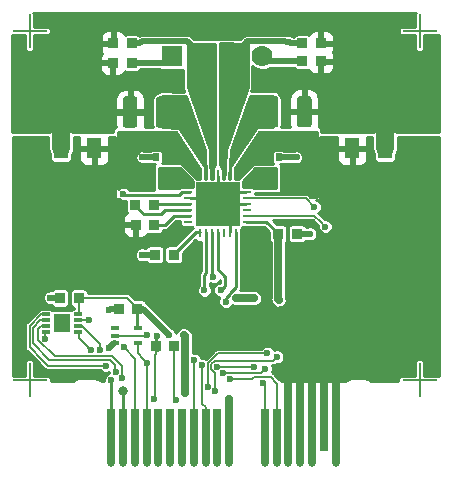
<source format=gtl>
G04 #@! TF.GenerationSoftware,KiCad,Pcbnew,(5.1.0-1558-g0ba0c1724)*
G04 #@! TF.CreationDate,2019-11-22T00:26:00-08:00*
G04 #@! TF.ProjectId,TMC2209_Driver,544d4332-3230-4395-9f44-72697665722e,rev?*
G04 #@! TF.SameCoordinates,Original*
G04 #@! TF.FileFunction,Copper,L1,Top*
G04 #@! TF.FilePolarity,Positive*
%FSLAX46Y46*%
G04 Gerber Fmt 4.6, Leading zero omitted, Abs format (unit mm)*
G04 Created by KiCad (PCBNEW (5.1.0-1558-g0ba0c1724)) date 2019-11-22 00:26:00*
%MOMM*%
%LPD*%
G04 APERTURE LIST*
%ADD10R,0.680000X0.300000*%
%ADD11R,1.450000X1.560000*%
%ADD12R,3.700000X3.700000*%
%ADD13R,0.250000X0.800000*%
%ADD14R,0.800000X0.250000*%
%ADD15R,0.875000X0.950000*%
%ADD16R,0.650000X0.400000*%
%ADD17C,0.100000*%
%ADD18C,1.250000*%
%ADD19C,1.778000*%
%ADD20R,1.778000X1.778000*%
%ADD21C,0.650000*%
%ADD22R,0.650000X4.600000*%
%ADD23R,0.650000X3.600000*%
%ADD24R,3.000000X0.127000*%
%ADD25R,0.127000X3.000000*%
%ADD26R,1.250000X1.750000*%
%ADD27R,0.590000X0.640000*%
%ADD28C,0.600000*%
%ADD29C,0.635000*%
%ADD30C,0.508000*%
%ADD31C,1.000000*%
%ADD32C,0.800000*%
%ADD33C,0.127000*%
%ADD34C,0.203200*%
%ADD35C,0.650000*%
%ADD36C,0.254000*%
%ADD37C,0.508000*%
%ADD38C,0.250000*%
%ADD39C,1.500000*%
G04 APERTURE END LIST*
D10*
X112101800Y-100418200D03*
X112101800Y-100918200D03*
X112101800Y-101418200D03*
X112101800Y-101918200D03*
X114821800Y-100418200D03*
X114821800Y-100918200D03*
X114821800Y-101418200D03*
X114821800Y-101918200D03*
D11*
X113461800Y-101168200D03*
D12*
X126682500Y-91059000D03*
D13*
X125182500Y-88559000D03*
X125682499Y-88559000D03*
X126182501Y-88559000D03*
X126682500Y-88559000D03*
X127182499Y-88559000D03*
X127682501Y-88559000D03*
X128182500Y-88559000D03*
D14*
X129182500Y-89559000D03*
X129182500Y-90058999D03*
X129182500Y-90559001D03*
X129182500Y-91059000D03*
X129182500Y-91558999D03*
X129182500Y-92059001D03*
X129182500Y-92559000D03*
D13*
X128182500Y-93559000D03*
X127682501Y-93559000D03*
X127182499Y-93559000D03*
X126682500Y-93559000D03*
X126182501Y-93559000D03*
X125682499Y-93559000D03*
X125182500Y-93559000D03*
D14*
X124182500Y-92559000D03*
X124182500Y-92059001D03*
X124182500Y-91558999D03*
X124182500Y-91059000D03*
X124182500Y-90559001D03*
X124182500Y-90058999D03*
X124182500Y-89559000D03*
D15*
X114909700Y-99034600D03*
X113334700Y-99034600D03*
X119850000Y-99949000D03*
X118275000Y-99949000D03*
D16*
X119885500Y-101585000D03*
X119885500Y-102885000D03*
X117985500Y-102235000D03*
X117985500Y-102885000D03*
X117985500Y-101585000D03*
D17*
G36*
X122520671Y-81980630D02*
G01*
X122601777Y-82034823D01*
X122655970Y-82115929D01*
X122675000Y-82211600D01*
X122675000Y-84361600D01*
X122655970Y-84457271D01*
X122601777Y-84538377D01*
X122520671Y-84592570D01*
X122425000Y-84611600D01*
X121675000Y-84611600D01*
X121579329Y-84592570D01*
X121498223Y-84538377D01*
X121444030Y-84457271D01*
X121425000Y-84361600D01*
X121425000Y-82211600D01*
X121444030Y-82115929D01*
X121498223Y-82034823D01*
X121579329Y-81980630D01*
X121675000Y-81961600D01*
X122425000Y-81961600D01*
X122520671Y-81980630D01*
X122520671Y-81980630D01*
G37*
D18*
X122050000Y-83286600D03*
D17*
G36*
X119720671Y-81980630D02*
G01*
X119801777Y-82034823D01*
X119855970Y-82115929D01*
X119875000Y-82211600D01*
X119875000Y-84361600D01*
X119855970Y-84457271D01*
X119801777Y-84538377D01*
X119720671Y-84592570D01*
X119625000Y-84611600D01*
X118875000Y-84611600D01*
X118779329Y-84592570D01*
X118698223Y-84538377D01*
X118644030Y-84457271D01*
X118625000Y-84361600D01*
X118625000Y-82211600D01*
X118644030Y-82115929D01*
X118698223Y-82034823D01*
X118779329Y-81980630D01*
X118875000Y-81961600D01*
X119625000Y-81961600D01*
X119720671Y-81980630D01*
X119720671Y-81980630D01*
G37*
D18*
X119250000Y-83286600D03*
D17*
G36*
X131661671Y-81955230D02*
G01*
X131742777Y-82009423D01*
X131796970Y-82090529D01*
X131816000Y-82186200D01*
X131816000Y-84336200D01*
X131796970Y-84431871D01*
X131742777Y-84512977D01*
X131661671Y-84567170D01*
X131566000Y-84586200D01*
X130816000Y-84586200D01*
X130720329Y-84567170D01*
X130639223Y-84512977D01*
X130585030Y-84431871D01*
X130566000Y-84336200D01*
X130566000Y-82186200D01*
X130585030Y-82090529D01*
X130639223Y-82009423D01*
X130720329Y-81955230D01*
X130816000Y-81936200D01*
X131566000Y-81936200D01*
X131661671Y-81955230D01*
X131661671Y-81955230D01*
G37*
D18*
X131191000Y-83261200D03*
D17*
G36*
X134461671Y-81955230D02*
G01*
X134542777Y-82009423D01*
X134596970Y-82090529D01*
X134616000Y-82186200D01*
X134616000Y-84336200D01*
X134596970Y-84431871D01*
X134542777Y-84512977D01*
X134461671Y-84567170D01*
X134366000Y-84586200D01*
X133616000Y-84586200D01*
X133520329Y-84567170D01*
X133439223Y-84512977D01*
X133385030Y-84431871D01*
X133366000Y-84336200D01*
X133366000Y-82186200D01*
X133385030Y-82090529D01*
X133439223Y-82009423D01*
X133520329Y-81955230D01*
X133616000Y-81936200D01*
X134366000Y-81936200D01*
X134461671Y-81955230D01*
X134461671Y-81955230D01*
G37*
D18*
X133991000Y-83261200D03*
D15*
X117805000Y-79121000D03*
X119380000Y-79121000D03*
X117830500Y-77470000D03*
X119405500Y-77470000D03*
X135407500Y-78994000D03*
X133832500Y-78994000D03*
X135407500Y-77470000D03*
X133832500Y-77470000D03*
X121412000Y-103124000D03*
X122987000Y-103124000D03*
D19*
X130429000Y-78562200D03*
X127889000Y-78562200D03*
X125349000Y-78562200D03*
D20*
X122809000Y-78562200D03*
D21*
X118652800Y-112985200D03*
X134652800Y-112985200D03*
X133652800Y-112985200D03*
X132652800Y-112985200D03*
X131652800Y-112985200D03*
X130652800Y-112985200D03*
X117652800Y-112985200D03*
X127652800Y-112985200D03*
X126652800Y-112985200D03*
X125652800Y-112985200D03*
X124652800Y-112985200D03*
X123652800Y-112985200D03*
X122652800Y-112985200D03*
X121652800Y-112985200D03*
X120652800Y-112985200D03*
X119652800Y-112985200D03*
D22*
X131652800Y-110685200D03*
X130652800Y-110685200D03*
X136652800Y-110685200D03*
D23*
X135652800Y-110185200D03*
D22*
X134652800Y-110685200D03*
X133652800Y-110685200D03*
X132652800Y-110685200D03*
X127652800Y-110685200D03*
X126652800Y-110685200D03*
X125652800Y-110685200D03*
X124652800Y-110685200D03*
X123652800Y-110685200D03*
X122652800Y-110685200D03*
X121652800Y-110685200D03*
X120652800Y-110685200D03*
X119652800Y-110685200D03*
X118652800Y-110685200D03*
X117652800Y-110685200D03*
D21*
X136652800Y-112985200D03*
D24*
X110744000Y-106000000D03*
D25*
X110744000Y-106000000D03*
D24*
X143764000Y-76454000D03*
D25*
X143764000Y-76454000D03*
D24*
X143764000Y-106000000D03*
D25*
X143764000Y-106000000D03*
D24*
X110744000Y-76454000D03*
D25*
X110744000Y-76454000D03*
D26*
X138046000Y-86360000D03*
X140846000Y-86360000D03*
X116208000Y-86360000D03*
X113408000Y-86360000D03*
D27*
X122428000Y-87122000D03*
X121458000Y-87122000D03*
X130856000Y-87122000D03*
X131826000Y-87122000D03*
D15*
X119735500Y-92837000D03*
X121310500Y-92837000D03*
X119710000Y-91186000D03*
X121285000Y-91186000D03*
X121361000Y-95377000D03*
X122936000Y-95377000D03*
X131800500Y-93599000D03*
X133375500Y-93599000D03*
D28*
X126483320Y-106943171D03*
X125864910Y-106560921D03*
X127739754Y-105883012D03*
X115956845Y-103450251D03*
X112081143Y-102467888D03*
X117176322Y-104750981D03*
X120661187Y-104498301D03*
X118715212Y-103221158D03*
X118059200Y-105283000D03*
X126637999Y-104845451D03*
X127152400Y-105359200D03*
X125370726Y-104712328D03*
X124683714Y-104305901D03*
X129768600Y-104902000D03*
X130491077Y-106205963D03*
X131699000Y-104013000D03*
X118603597Y-105833834D03*
X116687600Y-103428800D03*
X123799600Y-102133400D03*
X123875800Y-107111800D03*
X127660400Y-107619800D03*
X121541045Y-102258355D03*
X120654006Y-102200674D03*
X122529600Y-102133400D03*
X123113800Y-107645200D03*
X121285000Y-107619800D03*
X115798600Y-100914200D03*
X112496600Y-99009200D03*
X129772955Y-99069053D03*
X125547180Y-98394169D03*
X128198233Y-99052538D03*
X127346737Y-99334194D03*
X126296740Y-97234793D03*
X126936500Y-98361500D03*
X117475000Y-100012500D03*
D29*
X121996200Y-89458800D03*
X122682000Y-89458800D03*
X123393200Y-88417400D03*
X122707400Y-88417400D03*
X121996200Y-88417400D03*
X130657600Y-89408000D03*
X131343400Y-89433400D03*
X130683000Y-88366600D03*
X129971800Y-88366600D03*
X131368800Y-88366600D03*
D30*
X126238000Y-87503000D03*
X126111000Y-85775800D03*
X124968000Y-81280000D03*
X126060200Y-81280000D03*
X127127000Y-87503000D03*
X127330200Y-81280000D03*
X127254000Y-85775800D03*
X128422400Y-81280000D03*
X126085600Y-92329000D03*
X127355600Y-92329000D03*
X127355600Y-91059000D03*
X126720600Y-90424000D03*
X125450600Y-90424000D03*
X125450600Y-91694000D03*
X126085600Y-91059000D03*
X126720600Y-91694000D03*
X127355600Y-89789000D03*
X127927100Y-90424000D03*
X127927100Y-91694000D03*
X126085600Y-89789000D03*
D28*
X120269000Y-87122000D03*
X133350000Y-87122000D03*
X134493000Y-93599000D03*
X120269000Y-95377000D03*
X118694200Y-90195400D03*
X131851400Y-99187000D03*
X117652800Y-106019600D03*
X134848600Y-91313000D03*
X135794710Y-92989400D03*
D31*
X137414000Y-83058000D03*
X139446000Y-83058000D03*
X141224000Y-83058000D03*
X143002000Y-83058000D03*
X137414000Y-80772000D03*
X139446000Y-80772000D03*
X141224000Y-80772000D03*
X143002000Y-80772000D03*
X113030000Y-83058000D03*
X110998000Y-80772000D03*
X110998000Y-83058000D03*
X114808000Y-83058000D03*
X116586000Y-80772000D03*
X114808000Y-80772000D03*
X116586000Y-83058000D03*
X113030000Y-80772000D03*
D28*
X130886200Y-103708200D03*
X130714328Y-105023072D03*
D32*
X118652800Y-106950000D03*
D28*
X117510714Y-103238289D03*
D33*
X125374400Y-105140266D02*
X125374400Y-107979800D01*
X125652800Y-108258200D02*
X125652800Y-110685200D01*
X125374400Y-107979800D02*
X125652800Y-108258200D01*
X125370726Y-105136592D02*
X125374400Y-105140266D01*
X126147497Y-104610009D02*
X126147497Y-105080893D01*
X125864910Y-104533371D02*
X125864910Y-106136657D01*
X125864910Y-106136657D02*
X125864910Y-106560921D01*
X126483320Y-106518907D02*
X126483320Y-106943171D01*
X125370726Y-104712328D02*
X125370726Y-105136592D01*
X126483320Y-105416716D02*
X126483320Y-106518907D01*
X131357051Y-104354949D02*
X126402557Y-104354949D01*
X131699000Y-104013000D02*
X131357051Y-104354949D01*
X130886200Y-103708200D02*
X126690081Y-103708200D01*
X126147497Y-105080893D02*
X126483320Y-105416716D01*
X126690081Y-103708200D02*
X125864910Y-104533371D01*
X126402557Y-104354949D02*
X126147497Y-104610009D01*
X131166253Y-105715453D02*
X129742547Y-105715453D01*
X129742547Y-105715453D02*
X129574988Y-105883012D01*
X129574988Y-105883012D02*
X128164018Y-105883012D01*
X127576664Y-105359200D02*
X127152400Y-105359200D01*
X128164018Y-105883012D02*
X127739754Y-105883012D01*
X130344898Y-105392502D02*
X127609966Y-105392502D01*
X127609966Y-105392502D02*
X127576664Y-105359200D01*
X111711800Y-100418200D02*
X112101800Y-100418200D01*
X110998000Y-102844600D02*
X110998000Y-101555000D01*
X110998000Y-101555000D02*
X111634800Y-100918200D01*
X111634800Y-100918200D02*
X112101800Y-100918200D01*
X110743989Y-101367786D02*
X110743989Y-103225589D01*
X111693575Y-100418200D02*
X110743989Y-101367786D01*
X110743989Y-103225589D02*
X111836200Y-104317800D01*
X111711800Y-100418200D02*
X111693575Y-100418200D01*
X112413871Y-104260471D02*
X110998000Y-102844600D01*
X118603597Y-105409570D02*
X118603597Y-105833834D01*
X112011800Y-100918200D02*
X111711800Y-100918200D01*
X117176322Y-104704922D02*
X117176322Y-104750981D01*
X117119400Y-104648000D02*
X117176322Y-104704922D01*
X112081143Y-102043624D02*
X112081143Y-102467888D01*
X111472491Y-102552923D02*
X112860329Y-103940761D01*
X112011800Y-101418200D02*
X111711800Y-101418200D01*
X116752058Y-104750981D02*
X117176322Y-104750981D01*
X111836200Y-104317800D02*
X112269381Y-104750981D01*
X116846916Y-103940761D02*
X116869654Y-103918023D01*
X112269381Y-104750981D02*
X116752058Y-104750981D01*
X112081143Y-101987543D02*
X112081143Y-102043624D01*
X118603597Y-104804512D02*
X118603597Y-105409570D01*
X117583129Y-104260471D02*
X118000429Y-104677771D01*
X117717108Y-103918023D02*
X118603597Y-104804512D01*
X115662793Y-103183607D02*
X115929437Y-103450251D01*
X117583129Y-104260471D02*
X112413871Y-104260471D01*
X112860329Y-103940761D02*
X116846916Y-103940761D01*
X111472491Y-101657508D02*
X111472491Y-102552923D01*
X115929437Y-103450251D02*
X115956845Y-103450251D01*
X116869654Y-103918023D02*
X117717108Y-103918023D01*
X111711800Y-101418200D02*
X111472491Y-101657508D01*
X112011800Y-101918200D02*
X112081143Y-101987543D01*
X111836200Y-104317800D02*
X111940990Y-104422590D01*
D34*
X119885500Y-103722614D02*
X120361188Y-104198302D01*
D33*
X120661187Y-104922565D02*
X120661187Y-104498301D01*
D34*
X119885500Y-102885000D02*
X119885500Y-103722614D01*
X120361188Y-104198302D02*
X120661187Y-104498301D01*
D33*
X120661187Y-107817413D02*
X120661187Y-104922565D01*
X120652800Y-107825800D02*
X120661187Y-107817413D01*
X119652800Y-104158746D02*
X118715212Y-103221158D01*
X119652800Y-104528063D02*
X119652800Y-104158746D01*
X118000429Y-105224229D02*
X118059200Y-105283000D01*
X118000429Y-104677771D02*
X118000429Y-105224229D01*
X129768600Y-104902000D02*
X127446544Y-104902000D01*
X127446544Y-104902000D02*
X127389995Y-104845451D01*
X127062263Y-104845451D02*
X126637999Y-104845451D01*
X127389995Y-104845451D02*
X127062263Y-104845451D01*
X124652800Y-104336815D02*
X124683714Y-104305901D01*
X124652800Y-110685200D02*
X124652800Y-104336815D01*
X119652800Y-110685200D02*
X119652800Y-104528063D01*
X130714328Y-105023072D02*
X130344898Y-105392502D01*
X130344898Y-105392502D02*
X129217702Y-105392502D01*
X130652800Y-106367686D02*
X130491077Y-106205963D01*
X130652800Y-110685200D02*
X130652800Y-106367686D01*
X129862312Y-105715453D02*
X129742547Y-105715453D01*
X131647592Y-106196792D02*
X131166253Y-105715453D01*
X131652800Y-106196792D02*
X131647592Y-106196792D01*
D35*
X123875800Y-106687536D02*
X123875800Y-107111800D01*
X123926600Y-102260400D02*
X123926600Y-106636736D01*
X123926600Y-106636736D02*
X123875800Y-106687536D01*
X123799600Y-102133400D02*
X123926600Y-102260400D01*
D36*
X118652800Y-106754645D02*
X118668800Y-106738645D01*
D33*
X114911800Y-101918200D02*
X114911800Y-102432614D01*
X114911800Y-101418200D02*
X115211800Y-101418200D01*
X115211800Y-101418200D02*
X116687600Y-102894000D01*
X116687600Y-102894000D02*
X116687600Y-103428800D01*
D35*
X127652800Y-107627400D02*
X127660400Y-107619800D01*
X127652800Y-110685200D02*
X127652800Y-107627400D01*
D34*
X117985500Y-102235000D02*
X120619680Y-102235000D01*
D37*
X120345200Y-99949000D02*
X122529600Y-102133400D01*
D36*
X121412000Y-103124000D02*
X121412000Y-102387400D01*
X121412000Y-102387400D02*
X121541045Y-102258355D01*
D34*
X120619680Y-102235000D02*
X120654006Y-102200674D01*
D37*
X119850000Y-99949000D02*
X120345200Y-99949000D01*
D34*
X122987000Y-107518400D02*
X123113800Y-107645200D01*
X122987000Y-103124000D02*
X122987000Y-107518400D01*
X121386600Y-107518200D02*
X121285000Y-107619800D01*
X121386600Y-103827600D02*
X121386600Y-107518200D01*
X121412000Y-103124000D02*
X121412000Y-103802200D01*
X121412000Y-103802200D02*
X121386600Y-103827600D01*
X115794600Y-100918200D02*
X115798600Y-100914200D01*
X114911800Y-100918200D02*
X115794600Y-100918200D01*
X119850000Y-99949000D02*
X119850000Y-99911500D01*
X119850000Y-99911500D02*
X118973100Y-99034600D01*
X118973100Y-99034600D02*
X115550400Y-99034600D01*
X115550400Y-99034600D02*
X114909700Y-99034600D01*
X114911800Y-100418200D02*
X114911800Y-99036700D01*
X114911800Y-99036700D02*
X114909700Y-99034600D01*
D37*
X112522000Y-99034600D02*
X112496600Y-99009200D01*
X113334700Y-99034600D02*
X112522000Y-99034600D01*
D38*
X127317500Y-97218500D02*
X127317500Y-97980500D01*
D36*
X125547180Y-97828484D02*
X125547180Y-98394169D01*
D35*
X128198233Y-99052538D02*
X129756440Y-99052538D01*
D36*
X128182500Y-98141580D02*
X127679402Y-98644678D01*
X126182501Y-97120554D02*
X126296740Y-97234793D01*
X125547180Y-97072819D02*
X125547180Y-97828484D01*
X127679402Y-98708237D02*
X127346737Y-99040902D01*
D35*
X129717723Y-99069053D02*
X129772955Y-99069053D01*
D36*
X127679402Y-98644678D02*
X127679402Y-98708237D01*
X126182501Y-93406100D02*
X126182501Y-97120554D01*
X125682499Y-93406100D02*
X125682499Y-96937500D01*
X125682499Y-96937500D02*
X125547180Y-97072819D01*
X127346737Y-99040902D02*
X127346737Y-99334194D01*
D35*
X129756440Y-99052538D02*
X129772955Y-99069053D01*
D36*
X128182500Y-93406100D02*
X128182500Y-98141580D01*
D38*
X127317500Y-97980500D02*
X126936500Y-98361500D01*
X126682500Y-96583500D02*
X127317500Y-97218500D01*
X126682500Y-96253300D02*
X126682500Y-96583500D01*
D36*
X119850000Y-99949000D02*
X119850000Y-101549500D01*
X119850000Y-101549500D02*
X119885500Y-101585000D01*
X119850000Y-99986500D02*
X119850000Y-99949000D01*
D37*
X117538500Y-99949000D02*
X117475000Y-100012500D01*
X118275000Y-99949000D02*
X117538500Y-99949000D01*
D36*
X126682500Y-93406100D02*
X126682500Y-96253300D01*
D33*
X120652800Y-110685200D02*
X120652800Y-107825800D01*
D36*
X126682500Y-90385900D02*
X126720600Y-90424000D01*
X126682500Y-88711900D02*
X126682500Y-90385900D01*
X129029600Y-91059000D02*
X126682500Y-91059000D01*
X126182501Y-90559001D02*
X126682500Y-91059000D01*
X124335400Y-90559001D02*
X126182501Y-90559001D01*
X127682501Y-92573599D02*
X127927100Y-92329000D01*
X127682501Y-93406100D02*
X127682501Y-92573599D01*
D37*
X122250200Y-79121000D02*
X122809000Y-78562200D01*
X119380000Y-79121000D02*
X122250200Y-79121000D01*
X130860800Y-78994000D02*
X130429000Y-78562200D01*
X133832500Y-78994000D02*
X130860800Y-78994000D01*
X132887000Y-77470000D02*
X132747299Y-77330299D01*
X133832500Y-77470000D02*
X132887000Y-77470000D01*
D36*
X131800500Y-93561500D02*
X131800500Y-93599000D01*
X130798000Y-92559000D02*
X131800500Y-93561500D01*
X129029600Y-92559000D02*
X130798000Y-92559000D01*
X124869400Y-93406100D02*
X125182500Y-93406100D01*
X122936000Y-95339500D02*
X124869400Y-93406100D01*
X122936000Y-95377000D02*
X122936000Y-95339500D01*
X121412000Y-91059000D02*
X121285000Y-91186000D01*
X124335400Y-91059000D02*
X121412000Y-91059000D01*
X119710000Y-91223500D02*
X119710000Y-91186000D01*
X120401500Y-91915000D02*
X119710000Y-91223500D01*
X122213123Y-91558999D02*
X121857122Y-91915000D01*
X121857122Y-91915000D02*
X120401500Y-91915000D01*
X124335400Y-91558999D02*
X122213123Y-91558999D01*
X124335400Y-92059001D02*
X122951999Y-92059001D01*
X122174000Y-92837000D02*
X121310500Y-92837000D01*
X122951999Y-92059001D02*
X122174000Y-92837000D01*
D37*
X121458000Y-87122000D02*
X120269000Y-87122000D01*
D39*
X113408000Y-86360000D02*
X113408000Y-84458000D01*
X140846000Y-86360000D02*
X140846000Y-84331000D01*
D37*
X131826000Y-87122000D02*
X133350000Y-87122000D01*
X133375500Y-93599000D02*
X134493000Y-93599000D01*
X121361000Y-95377000D02*
X120269000Y-95377000D01*
D35*
X136652800Y-107735200D02*
X136652000Y-107734400D01*
X136652800Y-110685200D02*
X136652800Y-107735200D01*
X136652000Y-107734400D02*
X136652000Y-105664000D01*
X135652800Y-107735200D02*
X135661400Y-107726600D01*
X135652800Y-110185200D02*
X135652800Y-107735200D01*
X135661400Y-107726600D02*
X135661400Y-105892600D01*
X134652800Y-110685200D02*
X134652800Y-106012200D01*
X134652800Y-106012200D02*
X134899400Y-105765600D01*
X133652800Y-107735200D02*
X133654800Y-107733200D01*
X133652800Y-110685200D02*
X133652800Y-107735200D01*
X133654800Y-107733200D02*
X133654800Y-105511600D01*
X132652800Y-107735200D02*
X132664200Y-107723800D01*
X132652800Y-110685200D02*
X132652800Y-107735200D01*
X132664200Y-107723800D02*
X132664200Y-105562400D01*
X122986800Y-103124200D02*
X122987000Y-103124000D01*
X121564400Y-103276400D02*
X121412000Y-103124000D01*
D36*
X130784600Y-110553400D02*
X130652800Y-110685200D01*
X127682501Y-90058999D02*
X126682500Y-91059000D01*
X129029600Y-90058999D02*
X127682501Y-90058999D01*
X123626601Y-90058999D02*
X123388600Y-90297000D01*
X124335400Y-90058999D02*
X123626601Y-90058999D01*
X123388600Y-90297000D02*
X118795800Y-90297000D01*
X118795800Y-90297000D02*
X118694200Y-90195400D01*
D35*
X131800500Y-93599000D02*
X131800500Y-99136100D01*
X131800500Y-99136100D02*
X131851400Y-99187000D01*
D36*
X117652800Y-106019600D02*
X117652800Y-110685200D01*
D33*
X129738399Y-90559001D02*
X129755798Y-90576400D01*
X129029600Y-90559001D02*
X129738399Y-90559001D01*
X129755798Y-90576400D02*
X134112000Y-90576400D01*
X134112000Y-90576400D02*
X134848600Y-91313000D01*
X135394711Y-92589401D02*
X135794710Y-92989400D01*
X134864311Y-92059001D02*
X135394711Y-92589401D01*
X129029600Y-92059001D02*
X134864311Y-92059001D01*
X131652800Y-110685200D02*
X131652800Y-106196792D01*
D37*
X124460001Y-77673201D02*
X125349000Y-78562200D01*
X124078999Y-77292199D02*
X124460001Y-77673201D01*
X120116600Y-77470000D02*
X120294401Y-77292199D01*
X120294401Y-77292199D02*
X124078999Y-77292199D01*
X119405500Y-77470000D02*
X120116600Y-77470000D01*
X129159001Y-77292199D02*
X128777999Y-77673201D01*
X132384801Y-77292199D02*
X129159001Y-77292199D01*
X128777999Y-77673201D02*
X127889000Y-78562200D01*
X132422901Y-77330299D02*
X132384801Y-77292199D01*
X132747299Y-77330299D02*
X132422901Y-77330299D01*
D36*
X118652800Y-110685200D02*
X118652800Y-106950000D01*
D33*
X114911800Y-102432614D02*
X115662793Y-103183607D01*
X115662793Y-103183607D02*
X115705647Y-103226461D01*
D37*
X117810713Y-102938290D02*
X117510714Y-103238289D01*
X117985500Y-102885000D02*
X117864003Y-102885000D01*
X117864003Y-102885000D02*
X117810713Y-102938290D01*
D36*
G36*
X124559855Y-89152645D02*
G01*
X124551114Y-89196590D01*
X124551114Y-89652613D01*
X123770090Y-89652613D01*
X123765133Y-89653599D01*
X123695736Y-89653599D01*
X123673673Y-89645851D01*
X123604048Y-89653599D01*
X123580914Y-89653599D01*
X123558881Y-89658625D01*
X123489792Y-89666313D01*
X123469572Y-89678997D01*
X123446277Y-89684311D01*
X123409270Y-89713800D01*
X121690400Y-89713800D01*
X121690400Y-88035400D01*
X123442610Y-88035400D01*
X124559855Y-89152645D01*
X124559855Y-89152645D01*
G37*
X124559855Y-89152645D02*
X124551114Y-89196590D01*
X124551114Y-89652613D01*
X123770090Y-89652613D01*
X123765133Y-89653599D01*
X123695736Y-89653599D01*
X123673673Y-89645851D01*
X123604048Y-89653599D01*
X123580914Y-89653599D01*
X123558881Y-89658625D01*
X123489792Y-89666313D01*
X123469572Y-89678997D01*
X123446277Y-89684311D01*
X123409270Y-89713800D01*
X121690400Y-89713800D01*
X121690400Y-88035400D01*
X123442610Y-88035400D01*
X124559855Y-89152645D01*
G36*
X131649200Y-89739200D02*
G01*
X129787167Y-89739200D01*
X129783215Y-89733285D01*
X129691128Y-89671752D01*
X129594910Y-89652613D01*
X128813886Y-89652613D01*
X128813886Y-89196590D01*
X128800931Y-89131459D01*
X129871590Y-88060800D01*
X131649200Y-88060800D01*
X131649200Y-89739200D01*
X131649200Y-89739200D01*
G37*
X131649200Y-89739200D02*
X129787167Y-89739200D01*
X129783215Y-89733285D01*
X129691128Y-89671752D01*
X129594910Y-89652613D01*
X128813886Y-89652613D01*
X128813886Y-89196590D01*
X128800931Y-89131459D01*
X129871590Y-88060800D01*
X131649200Y-88060800D01*
X131649200Y-89739200D01*
G36*
X131395200Y-84559754D02*
G01*
X129979795Y-84584157D01*
X127737600Y-87947450D01*
X127737600Y-88927614D01*
X127649980Y-88927614D01*
X127783800Y-86541154D01*
X129369605Y-81937914D01*
X131395200Y-81915408D01*
X131395200Y-84559754D01*
X131395200Y-84559754D01*
G37*
X131395200Y-84559754D02*
X129979795Y-84584157D01*
X127737600Y-87947450D01*
X127737600Y-88927614D01*
X127649980Y-88927614D01*
X127783800Y-86541154D01*
X129369605Y-81937914D01*
X131395200Y-81915408D01*
X131395200Y-84559754D01*
G36*
X129210800Y-77493171D02*
G01*
X129210800Y-81157305D01*
X127383176Y-86462490D01*
X127293698Y-88058198D01*
X127276115Y-88146590D01*
X127276115Y-88371760D01*
X127244946Y-88927614D01*
X127088886Y-88927614D01*
X127088886Y-88146590D01*
X127075200Y-88077786D01*
X127075200Y-88000737D01*
X126872000Y-87670537D01*
X126872000Y-77470241D01*
X129210800Y-77493171D01*
X129210800Y-77493171D01*
G37*
X129210800Y-77493171D02*
X129210800Y-81157305D01*
X127383176Y-86462490D01*
X127293698Y-88058198D01*
X127276115Y-88146590D01*
X127276115Y-88371760D01*
X127244946Y-88927614D01*
X127088886Y-88927614D01*
X127088886Y-88146590D01*
X127075200Y-88077786D01*
X127075200Y-88000737D01*
X126872000Y-87670537D01*
X126872000Y-77470241D01*
X129210800Y-77493171D01*
G36*
X126467600Y-87695937D02*
G01*
X126264400Y-88026137D01*
X126264400Y-88927614D01*
X126096126Y-88927614D01*
X126088885Y-88771205D01*
X126088885Y-88146590D01*
X126069746Y-88050373D01*
X126054454Y-88027487D01*
X125982011Y-86462712D01*
X124128800Y-81182333D01*
X124128800Y-77518571D01*
X126467600Y-77495641D01*
X126467600Y-87695937D01*
X126467600Y-87695937D01*
G37*
X126467600Y-87695937D02*
X126264400Y-88026137D01*
X126264400Y-88927614D01*
X126096126Y-88927614D01*
X126088885Y-88771205D01*
X126088885Y-88146590D01*
X126069746Y-88050373D01*
X126054454Y-88027487D01*
X125982011Y-86462712D01*
X124128800Y-81182333D01*
X124128800Y-77518571D01*
X126467600Y-77495641D01*
X126467600Y-87695937D01*
G36*
X123974329Y-81963362D02*
G01*
X125580787Y-86540665D01*
X125691293Y-88927614D01*
X125602000Y-88927614D01*
X125602000Y-87972850D01*
X123359805Y-84609557D01*
X121944400Y-84585154D01*
X121944400Y-81940808D01*
X123974329Y-81963362D01*
X123974329Y-81963362D01*
G37*
X123974329Y-81963362D02*
X125580787Y-86540665D01*
X125691293Y-88927614D01*
X125602000Y-88927614D01*
X125602000Y-87972850D01*
X123359805Y-84609557D01*
X121944400Y-84585154D01*
X121944400Y-81940808D01*
X123974329Y-81963362D01*
G36*
X109278400Y-76798886D02*
G01*
X110399114Y-76798886D01*
X110399114Y-77966410D01*
X110418253Y-78062628D01*
X110479785Y-78154715D01*
X110571872Y-78216247D01*
X110668090Y-78235386D01*
X110819910Y-78235386D01*
X110916128Y-78216247D01*
X111008215Y-78154715D01*
X111069747Y-78062628D01*
X111088886Y-77966410D01*
X111088886Y-76983976D01*
X116751163Y-76983976D01*
X116751163Y-77342000D01*
X117702500Y-77342000D01*
X117702500Y-76353163D01*
X117376412Y-76353163D01*
X117075489Y-76433795D01*
X116899835Y-76581185D01*
X116788044Y-76774814D01*
X116751163Y-76983976D01*
X111088886Y-76983976D01*
X111088886Y-76798886D01*
X112256410Y-76798886D01*
X112352628Y-76779747D01*
X112444715Y-76718215D01*
X112506247Y-76626128D01*
X112525386Y-76529910D01*
X112525386Y-76378090D01*
X112506247Y-76281872D01*
X112444715Y-76189785D01*
X112352628Y-76128253D01*
X112256410Y-76109114D01*
X111088886Y-76109114D01*
X111088886Y-74941590D01*
X111076317Y-74878400D01*
X143431683Y-74878400D01*
X143419114Y-74941590D01*
X143419114Y-76109114D01*
X142251590Y-76109114D01*
X142155372Y-76128253D01*
X142063285Y-76189785D01*
X142001753Y-76281872D01*
X141982614Y-76378090D01*
X141982614Y-76529910D01*
X142001753Y-76626128D01*
X142063285Y-76718215D01*
X142155372Y-76779747D01*
X142251590Y-76798886D01*
X143419114Y-76798886D01*
X143419114Y-77966410D01*
X143438253Y-78062628D01*
X143499785Y-78154715D01*
X143591872Y-78216247D01*
X143688090Y-78235386D01*
X143839910Y-78235386D01*
X143936128Y-78216247D01*
X144028215Y-78154715D01*
X144089747Y-78062628D01*
X144108886Y-77966410D01*
X144108886Y-76798886D01*
X145276410Y-76798886D01*
X145372628Y-76779747D01*
X145421601Y-76747024D01*
X145421601Y-84964000D01*
X141836602Y-84964000D01*
X141691186Y-84880044D01*
X141482024Y-84843163D01*
X140974000Y-84843163D01*
X140974000Y-84964000D01*
X140718000Y-84964000D01*
X140718000Y-84843163D01*
X140204412Y-84843163D01*
X139903489Y-84923795D01*
X139855575Y-84964000D01*
X135457214Y-84964000D01*
X135457215Y-84819412D01*
X135423765Y-84694577D01*
X135320238Y-84591050D01*
X135223245Y-84565060D01*
X135255224Y-84342641D01*
X135255224Y-83389200D01*
X132726776Y-83389200D01*
X132726776Y-84347175D01*
X132772551Y-84557600D01*
X132045397Y-84557600D01*
X132058844Y-84537475D01*
X132097386Y-84343713D01*
X132097386Y-82179759D01*
X132726776Y-82179759D01*
X132726776Y-83133200D01*
X133863000Y-83133200D01*
X133863000Y-81296976D01*
X134119000Y-81296976D01*
X134119000Y-83133200D01*
X135255224Y-83133200D01*
X135255224Y-82175225D01*
X135178309Y-81821651D01*
X135038382Y-81603921D01*
X134846270Y-81437455D01*
X134615041Y-81331857D01*
X134372441Y-81296976D01*
X134119000Y-81296976D01*
X133863000Y-81296976D01*
X133605025Y-81296976D01*
X133251451Y-81373891D01*
X133033721Y-81513818D01*
X132867255Y-81705930D01*
X132761657Y-81937159D01*
X132726776Y-82179759D01*
X132097386Y-82179759D01*
X132097386Y-82178687D01*
X132058844Y-81984925D01*
X131942058Y-81810142D01*
X131780792Y-81702387D01*
X131764834Y-81644127D01*
X131659892Y-81541493D01*
X131534694Y-81509432D01*
X129509465Y-81531935D01*
X129603430Y-81259175D01*
X129615200Y-81188875D01*
X129615200Y-79400087D01*
X129668728Y-79455517D01*
X129856720Y-79586175D01*
X130066510Y-79677830D01*
X130290108Y-79726991D01*
X130518995Y-79731785D01*
X130744454Y-79692030D01*
X130957898Y-79609241D01*
X131088434Y-79526400D01*
X133122563Y-79526400D01*
X133132753Y-79577628D01*
X133194285Y-79669715D01*
X133286372Y-79731247D01*
X133382590Y-79750386D01*
X134282410Y-79750386D01*
X134378628Y-79731247D01*
X134391655Y-79722543D01*
X134408795Y-79786512D01*
X134556185Y-79962165D01*
X134749814Y-80073956D01*
X134958976Y-80110837D01*
X135279500Y-80110837D01*
X135279500Y-79122000D01*
X135535500Y-79122000D01*
X135535500Y-80110837D01*
X135861588Y-80110837D01*
X136162512Y-80030205D01*
X136338165Y-79882815D01*
X136449956Y-79689186D01*
X136486837Y-79480024D01*
X136486837Y-79122000D01*
X135535500Y-79122000D01*
X135279500Y-79122000D01*
X135279500Y-78866000D01*
X136486837Y-78866000D01*
X136486837Y-78502412D01*
X136413430Y-78228451D01*
X136449956Y-78165186D01*
X136486837Y-77956024D01*
X136486837Y-77598000D01*
X135279500Y-77598000D01*
X135279500Y-76353163D01*
X135535500Y-76353163D01*
X135535500Y-77342000D01*
X136486837Y-77342000D01*
X136486837Y-76978412D01*
X136406205Y-76677489D01*
X136258815Y-76501835D01*
X136065186Y-76390044D01*
X135856024Y-76353163D01*
X135535500Y-76353163D01*
X135279500Y-76353163D01*
X134953412Y-76353163D01*
X134652489Y-76433795D01*
X134476835Y-76581185D01*
X134386349Y-76737912D01*
X134378628Y-76732753D01*
X134282410Y-76713614D01*
X133382590Y-76713614D01*
X133286372Y-76732753D01*
X133194285Y-76794285D01*
X133132753Y-76886372D01*
X133122563Y-76937600D01*
X133117876Y-76937600D01*
X132955031Y-76828790D01*
X132799732Y-76797899D01*
X132799726Y-76797899D01*
X132747299Y-76787471D01*
X132694872Y-76797899D01*
X132603323Y-76797899D01*
X132592534Y-76790690D01*
X132437234Y-76759799D01*
X132437228Y-76759799D01*
X132384801Y-76749371D01*
X132332374Y-76759799D01*
X129211427Y-76759799D01*
X129159000Y-76749371D01*
X129106573Y-76759799D01*
X129106568Y-76759799D01*
X128951268Y-76790690D01*
X128908700Y-76819134D01*
X128829933Y-76871765D01*
X128775163Y-76908361D01*
X128745459Y-76952815D01*
X128615361Y-77082913D01*
X126731827Y-77064447D01*
X126621435Y-77093449D01*
X126607459Y-77089850D01*
X124648778Y-77109053D01*
X124492540Y-76952815D01*
X124462837Y-76908361D01*
X124286731Y-76790690D01*
X124131432Y-76759799D01*
X124131426Y-76759799D01*
X124078999Y-76749371D01*
X124026572Y-76759799D01*
X120346829Y-76759799D01*
X120294401Y-76749371D01*
X120241973Y-76759799D01*
X120241968Y-76759799D01*
X120138007Y-76780478D01*
X120086669Y-76790689D01*
X120055312Y-76811641D01*
X120043715Y-76794285D01*
X119951628Y-76732753D01*
X119855410Y-76713614D01*
X118955590Y-76713614D01*
X118859372Y-76732753D01*
X118846345Y-76741457D01*
X118829205Y-76677489D01*
X118681815Y-76501835D01*
X118488186Y-76390044D01*
X118279024Y-76353163D01*
X117958500Y-76353163D01*
X117958500Y-77598000D01*
X116751163Y-77598000D01*
X116751163Y-77961588D01*
X116831795Y-78262512D01*
X116846624Y-78280184D01*
X116762544Y-78425814D01*
X116725663Y-78634976D01*
X116725663Y-78993000D01*
X117933000Y-78993000D01*
X117933000Y-80237837D01*
X118259088Y-80237837D01*
X118560012Y-80157205D01*
X118735665Y-80009815D01*
X118826151Y-79853088D01*
X118833872Y-79858247D01*
X118930090Y-79877386D01*
X119829910Y-79877386D01*
X119926128Y-79858247D01*
X120018215Y-79796715D01*
X120079747Y-79704628D01*
X120089937Y-79653400D01*
X121721507Y-79653400D01*
X121811372Y-79713447D01*
X121907590Y-79732586D01*
X123710410Y-79732586D01*
X123724400Y-79729803D01*
X123724400Y-81214457D01*
X123736579Y-81285939D01*
X123831836Y-81557355D01*
X121804549Y-81534829D01*
X121677243Y-81568184D01*
X121573449Y-81671978D01*
X121565824Y-81700436D01*
X121473725Y-81718756D01*
X121298942Y-81835542D01*
X121182156Y-82010325D01*
X121143614Y-82204087D01*
X121143614Y-84369113D01*
X121181107Y-84557600D01*
X120486969Y-84557600D01*
X120514224Y-84368041D01*
X120514224Y-83414600D01*
X117985776Y-83414600D01*
X117985776Y-84372575D01*
X118029736Y-84574658D01*
X117968562Y-84591050D01*
X117865035Y-84694577D01*
X117831585Y-84819412D01*
X117831586Y-84964000D01*
X114398602Y-84964000D01*
X114253186Y-84880044D01*
X114044024Y-84843163D01*
X113536000Y-84843163D01*
X113536000Y-84964000D01*
X113280000Y-84964000D01*
X113280000Y-84843163D01*
X112766412Y-84843163D01*
X112465489Y-84923795D01*
X112417575Y-84964000D01*
X109278400Y-84964000D01*
X109278400Y-82205159D01*
X117985776Y-82205159D01*
X117985776Y-83158600D01*
X119122000Y-83158600D01*
X119122000Y-81322376D01*
X119378000Y-81322376D01*
X119378000Y-83158600D01*
X120514224Y-83158600D01*
X120514224Y-82200625D01*
X120437309Y-81847051D01*
X120297382Y-81629321D01*
X120105270Y-81462855D01*
X119874041Y-81357257D01*
X119631441Y-81322376D01*
X119378000Y-81322376D01*
X119122000Y-81322376D01*
X118864025Y-81322376D01*
X118510451Y-81399291D01*
X118292721Y-81539218D01*
X118126255Y-81731330D01*
X118020657Y-81962559D01*
X117985776Y-82205159D01*
X109278400Y-82205159D01*
X109278400Y-79249000D01*
X116725663Y-79249000D01*
X116725663Y-79612588D01*
X116806295Y-79913512D01*
X116953685Y-80089165D01*
X117147314Y-80200956D01*
X117356476Y-80237837D01*
X117677000Y-80237837D01*
X117677000Y-79249000D01*
X116725663Y-79249000D01*
X109278400Y-79249000D01*
X109278400Y-76798886D01*
X109278400Y-76798886D01*
G37*
X109278400Y-76798886D02*
X110399114Y-76798886D01*
X110399114Y-77966410D01*
X110418253Y-78062628D01*
X110479785Y-78154715D01*
X110571872Y-78216247D01*
X110668090Y-78235386D01*
X110819910Y-78235386D01*
X110916128Y-78216247D01*
X111008215Y-78154715D01*
X111069747Y-78062628D01*
X111088886Y-77966410D01*
X111088886Y-76983976D01*
X116751163Y-76983976D01*
X116751163Y-77342000D01*
X117702500Y-77342000D01*
X117702500Y-76353163D01*
X117376412Y-76353163D01*
X117075489Y-76433795D01*
X116899835Y-76581185D01*
X116788044Y-76774814D01*
X116751163Y-76983976D01*
X111088886Y-76983976D01*
X111088886Y-76798886D01*
X112256410Y-76798886D01*
X112352628Y-76779747D01*
X112444715Y-76718215D01*
X112506247Y-76626128D01*
X112525386Y-76529910D01*
X112525386Y-76378090D01*
X112506247Y-76281872D01*
X112444715Y-76189785D01*
X112352628Y-76128253D01*
X112256410Y-76109114D01*
X111088886Y-76109114D01*
X111088886Y-74941590D01*
X111076317Y-74878400D01*
X143431683Y-74878400D01*
X143419114Y-74941590D01*
X143419114Y-76109114D01*
X142251590Y-76109114D01*
X142155372Y-76128253D01*
X142063285Y-76189785D01*
X142001753Y-76281872D01*
X141982614Y-76378090D01*
X141982614Y-76529910D01*
X142001753Y-76626128D01*
X142063285Y-76718215D01*
X142155372Y-76779747D01*
X142251590Y-76798886D01*
X143419114Y-76798886D01*
X143419114Y-77966410D01*
X143438253Y-78062628D01*
X143499785Y-78154715D01*
X143591872Y-78216247D01*
X143688090Y-78235386D01*
X143839910Y-78235386D01*
X143936128Y-78216247D01*
X144028215Y-78154715D01*
X144089747Y-78062628D01*
X144108886Y-77966410D01*
X144108886Y-76798886D01*
X145276410Y-76798886D01*
X145372628Y-76779747D01*
X145421601Y-76747024D01*
X145421601Y-84964000D01*
X141836602Y-84964000D01*
X141691186Y-84880044D01*
X141482024Y-84843163D01*
X140974000Y-84843163D01*
X140974000Y-84964000D01*
X140718000Y-84964000D01*
X140718000Y-84843163D01*
X140204412Y-84843163D01*
X139903489Y-84923795D01*
X139855575Y-84964000D01*
X135457214Y-84964000D01*
X135457215Y-84819412D01*
X135423765Y-84694577D01*
X135320238Y-84591050D01*
X135223245Y-84565060D01*
X135255224Y-84342641D01*
X135255224Y-83389200D01*
X132726776Y-83389200D01*
X132726776Y-84347175D01*
X132772551Y-84557600D01*
X132045397Y-84557600D01*
X132058844Y-84537475D01*
X132097386Y-84343713D01*
X132097386Y-82179759D01*
X132726776Y-82179759D01*
X132726776Y-83133200D01*
X133863000Y-83133200D01*
X133863000Y-81296976D01*
X134119000Y-81296976D01*
X134119000Y-83133200D01*
X135255224Y-83133200D01*
X135255224Y-82175225D01*
X135178309Y-81821651D01*
X135038382Y-81603921D01*
X134846270Y-81437455D01*
X134615041Y-81331857D01*
X134372441Y-81296976D01*
X134119000Y-81296976D01*
X133863000Y-81296976D01*
X133605025Y-81296976D01*
X133251451Y-81373891D01*
X133033721Y-81513818D01*
X132867255Y-81705930D01*
X132761657Y-81937159D01*
X132726776Y-82179759D01*
X132097386Y-82179759D01*
X132097386Y-82178687D01*
X132058844Y-81984925D01*
X131942058Y-81810142D01*
X131780792Y-81702387D01*
X131764834Y-81644127D01*
X131659892Y-81541493D01*
X131534694Y-81509432D01*
X129509465Y-81531935D01*
X129603430Y-81259175D01*
X129615200Y-81188875D01*
X129615200Y-79400087D01*
X129668728Y-79455517D01*
X129856720Y-79586175D01*
X130066510Y-79677830D01*
X130290108Y-79726991D01*
X130518995Y-79731785D01*
X130744454Y-79692030D01*
X130957898Y-79609241D01*
X131088434Y-79526400D01*
X133122563Y-79526400D01*
X133132753Y-79577628D01*
X133194285Y-79669715D01*
X133286372Y-79731247D01*
X133382590Y-79750386D01*
X134282410Y-79750386D01*
X134378628Y-79731247D01*
X134391655Y-79722543D01*
X134408795Y-79786512D01*
X134556185Y-79962165D01*
X134749814Y-80073956D01*
X134958976Y-80110837D01*
X135279500Y-80110837D01*
X135279500Y-79122000D01*
X135535500Y-79122000D01*
X135535500Y-80110837D01*
X135861588Y-80110837D01*
X136162512Y-80030205D01*
X136338165Y-79882815D01*
X136449956Y-79689186D01*
X136486837Y-79480024D01*
X136486837Y-79122000D01*
X135535500Y-79122000D01*
X135279500Y-79122000D01*
X135279500Y-78866000D01*
X136486837Y-78866000D01*
X136486837Y-78502412D01*
X136413430Y-78228451D01*
X136449956Y-78165186D01*
X136486837Y-77956024D01*
X136486837Y-77598000D01*
X135279500Y-77598000D01*
X135279500Y-76353163D01*
X135535500Y-76353163D01*
X135535500Y-77342000D01*
X136486837Y-77342000D01*
X136486837Y-76978412D01*
X136406205Y-76677489D01*
X136258815Y-76501835D01*
X136065186Y-76390044D01*
X135856024Y-76353163D01*
X135535500Y-76353163D01*
X135279500Y-76353163D01*
X134953412Y-76353163D01*
X134652489Y-76433795D01*
X134476835Y-76581185D01*
X134386349Y-76737912D01*
X134378628Y-76732753D01*
X134282410Y-76713614D01*
X133382590Y-76713614D01*
X133286372Y-76732753D01*
X133194285Y-76794285D01*
X133132753Y-76886372D01*
X133122563Y-76937600D01*
X133117876Y-76937600D01*
X132955031Y-76828790D01*
X132799732Y-76797899D01*
X132799726Y-76797899D01*
X132747299Y-76787471D01*
X132694872Y-76797899D01*
X132603323Y-76797899D01*
X132592534Y-76790690D01*
X132437234Y-76759799D01*
X132437228Y-76759799D01*
X132384801Y-76749371D01*
X132332374Y-76759799D01*
X129211427Y-76759799D01*
X129159000Y-76749371D01*
X129106573Y-76759799D01*
X129106568Y-76759799D01*
X128951268Y-76790690D01*
X128908700Y-76819134D01*
X128829933Y-76871765D01*
X128775163Y-76908361D01*
X128745459Y-76952815D01*
X128615361Y-77082913D01*
X126731827Y-77064447D01*
X126621435Y-77093449D01*
X126607459Y-77089850D01*
X124648778Y-77109053D01*
X124492540Y-76952815D01*
X124462837Y-76908361D01*
X124286731Y-76790690D01*
X124131432Y-76759799D01*
X124131426Y-76759799D01*
X124078999Y-76749371D01*
X124026572Y-76759799D01*
X120346829Y-76759799D01*
X120294401Y-76749371D01*
X120241973Y-76759799D01*
X120241968Y-76759799D01*
X120138007Y-76780478D01*
X120086669Y-76790689D01*
X120055312Y-76811641D01*
X120043715Y-76794285D01*
X119951628Y-76732753D01*
X119855410Y-76713614D01*
X118955590Y-76713614D01*
X118859372Y-76732753D01*
X118846345Y-76741457D01*
X118829205Y-76677489D01*
X118681815Y-76501835D01*
X118488186Y-76390044D01*
X118279024Y-76353163D01*
X117958500Y-76353163D01*
X117958500Y-77598000D01*
X116751163Y-77598000D01*
X116751163Y-77961588D01*
X116831795Y-78262512D01*
X116846624Y-78280184D01*
X116762544Y-78425814D01*
X116725663Y-78634976D01*
X116725663Y-78993000D01*
X117933000Y-78993000D01*
X117933000Y-80237837D01*
X118259088Y-80237837D01*
X118560012Y-80157205D01*
X118735665Y-80009815D01*
X118826151Y-79853088D01*
X118833872Y-79858247D01*
X118930090Y-79877386D01*
X119829910Y-79877386D01*
X119926128Y-79858247D01*
X120018215Y-79796715D01*
X120079747Y-79704628D01*
X120089937Y-79653400D01*
X121721507Y-79653400D01*
X121811372Y-79713447D01*
X121907590Y-79732586D01*
X123710410Y-79732586D01*
X123724400Y-79729803D01*
X123724400Y-81214457D01*
X123736579Y-81285939D01*
X123831836Y-81557355D01*
X121804549Y-81534829D01*
X121677243Y-81568184D01*
X121573449Y-81671978D01*
X121565824Y-81700436D01*
X121473725Y-81718756D01*
X121298942Y-81835542D01*
X121182156Y-82010325D01*
X121143614Y-82204087D01*
X121143614Y-84369113D01*
X121181107Y-84557600D01*
X120486969Y-84557600D01*
X120514224Y-84368041D01*
X120514224Y-83414600D01*
X117985776Y-83414600D01*
X117985776Y-84372575D01*
X118029736Y-84574658D01*
X117968562Y-84591050D01*
X117865035Y-84694577D01*
X117831585Y-84819412D01*
X117831586Y-84964000D01*
X114398602Y-84964000D01*
X114253186Y-84880044D01*
X114044024Y-84843163D01*
X113536000Y-84843163D01*
X113536000Y-84964000D01*
X113280000Y-84964000D01*
X113280000Y-84843163D01*
X112766412Y-84843163D01*
X112465489Y-84923795D01*
X112417575Y-84964000D01*
X109278400Y-84964000D01*
X109278400Y-82205159D01*
X117985776Y-82205159D01*
X117985776Y-83158600D01*
X119122000Y-83158600D01*
X119122000Y-81322376D01*
X119378000Y-81322376D01*
X119378000Y-83158600D01*
X120514224Y-83158600D01*
X120514224Y-82200625D01*
X120437309Y-81847051D01*
X120297382Y-81629321D01*
X120105270Y-81462855D01*
X119874041Y-81357257D01*
X119631441Y-81322376D01*
X119378000Y-81322376D01*
X119122000Y-81322376D01*
X118864025Y-81322376D01*
X118510451Y-81399291D01*
X118292721Y-81539218D01*
X118126255Y-81731330D01*
X118020657Y-81962559D01*
X117985776Y-82205159D01*
X109278400Y-82205159D01*
X109278400Y-79249000D01*
X116725663Y-79249000D01*
X116725663Y-79612588D01*
X116806295Y-79913512D01*
X116953685Y-80089165D01*
X117147314Y-80200956D01*
X117356476Y-80237837D01*
X117677000Y-80237837D01*
X117677000Y-79249000D01*
X116725663Y-79249000D01*
X109278400Y-79249000D01*
X109278400Y-76798886D01*
G36*
X112328800Y-86427895D02*
G01*
X112354398Y-86630518D01*
X112449819Y-86871524D01*
X112449819Y-87247410D01*
X112472901Y-87363448D01*
X112545660Y-87472340D01*
X112654552Y-87545099D01*
X112770590Y-87568181D01*
X114045410Y-87568181D01*
X114161448Y-87545099D01*
X114270340Y-87472340D01*
X114343099Y-87363448D01*
X114366181Y-87247410D01*
X114366181Y-86857225D01*
X114421336Y-86756898D01*
X114472630Y-86488000D01*
X114941163Y-86488000D01*
X114941163Y-87251588D01*
X115021795Y-87552512D01*
X115169185Y-87728165D01*
X115362814Y-87839956D01*
X115571976Y-87876837D01*
X116080000Y-87876837D01*
X116080000Y-86488000D01*
X116336000Y-86488000D01*
X116336000Y-87876837D01*
X116849588Y-87876837D01*
X117150512Y-87796205D01*
X117326165Y-87648815D01*
X117437956Y-87455186D01*
X117474837Y-87246024D01*
X117474837Y-86488000D01*
X116336000Y-86488000D01*
X116080000Y-86488000D01*
X114941163Y-86488000D01*
X114472630Y-86488000D01*
X114487200Y-86411626D01*
X114487200Y-85419200D01*
X114950821Y-85419200D01*
X114941163Y-85473976D01*
X114941163Y-86232000D01*
X117474837Y-86232000D01*
X117474837Y-85468412D01*
X117461651Y-85419200D01*
X117983986Y-85419200D01*
X117984000Y-90676804D01*
X118277166Y-90677260D01*
X118283519Y-90684831D01*
X118475682Y-90795775D01*
X118694200Y-90834306D01*
X118912718Y-90795775D01*
X118939319Y-90780417D01*
X118939319Y-91673410D01*
X118962401Y-91789448D01*
X118973757Y-91806444D01*
X118804835Y-91948185D01*
X118693044Y-92141814D01*
X118656163Y-92350976D01*
X118656163Y-92709000D01*
X119863500Y-92709000D01*
X119863500Y-93953837D01*
X120189588Y-93953837D01*
X120490512Y-93873205D01*
X120666165Y-93725815D01*
X120731197Y-93613176D01*
X120744552Y-93622099D01*
X120860590Y-93645181D01*
X121760410Y-93645181D01*
X121876448Y-93622099D01*
X121985340Y-93549340D01*
X122058099Y-93440448D01*
X122081181Y-93324410D01*
X122081181Y-93293200D01*
X122162089Y-93293200D01*
X122253928Y-93298013D01*
X122293030Y-93278090D01*
X122363699Y-93263069D01*
X122520596Y-93149076D01*
X122539049Y-93117114D01*
X123140964Y-92515201D01*
X123449319Y-92515201D01*
X123449319Y-92696410D01*
X123472401Y-92812448D01*
X123545160Y-92921340D01*
X123654052Y-92994099D01*
X123770090Y-93017181D01*
X124518370Y-93017181D01*
X124522401Y-93037448D01*
X124547981Y-93075732D01*
X124522804Y-93094024D01*
X124504352Y-93125983D01*
X123061518Y-94568819D01*
X122486090Y-94568819D01*
X122370052Y-94591901D01*
X122261160Y-94664660D01*
X122188401Y-94773552D01*
X122165319Y-94889590D01*
X122165319Y-95864410D01*
X122188401Y-95980448D01*
X122261160Y-96089340D01*
X122370052Y-96162099D01*
X122486090Y-96185181D01*
X123385910Y-96185181D01*
X123501948Y-96162099D01*
X123610840Y-96089340D01*
X123683599Y-95980448D01*
X123706681Y-95864410D01*
X123706681Y-95213981D01*
X124781773Y-94138890D01*
X124820160Y-94196340D01*
X124929052Y-94269099D01*
X125045090Y-94292181D01*
X125226299Y-94292181D01*
X125226300Y-96747865D01*
X125164676Y-96803352D01*
X125151112Y-96845093D01*
X125111767Y-96905680D01*
X125081429Y-97097227D01*
X125090980Y-97132874D01*
X125090981Y-97785334D01*
X125090980Y-97785337D01*
X125090980Y-97958986D01*
X124993871Y-98074716D01*
X124917981Y-98283224D01*
X124917981Y-98505114D01*
X124993871Y-98713622D01*
X125136499Y-98883600D01*
X125328662Y-98994544D01*
X125547180Y-99033075D01*
X125765698Y-98994544D01*
X125957861Y-98883600D01*
X126100489Y-98713622D01*
X126176379Y-98505114D01*
X126176379Y-98283224D01*
X126100489Y-98074716D01*
X126003380Y-97958986D01*
X126003380Y-97791958D01*
X126078222Y-97835168D01*
X126296740Y-97873699D01*
X126515258Y-97835168D01*
X126707421Y-97724224D01*
X126850049Y-97554246D01*
X126863300Y-97517838D01*
X126863301Y-97735501D01*
X126717982Y-97761125D01*
X126525819Y-97872069D01*
X126383191Y-98042047D01*
X126307301Y-98250555D01*
X126307301Y-98472445D01*
X126383191Y-98680953D01*
X126525819Y-98850931D01*
X126717982Y-98961875D01*
X126822346Y-98980277D01*
X126793428Y-99014741D01*
X126717538Y-99223249D01*
X126717538Y-99445139D01*
X126793428Y-99653647D01*
X126936056Y-99823625D01*
X127128219Y-99934569D01*
X127346737Y-99973100D01*
X127565255Y-99934569D01*
X127757418Y-99823625D01*
X127900046Y-99653647D01*
X127904067Y-99642599D01*
X128153873Y-99706738D01*
X129609039Y-99706738D01*
X129673363Y-99723253D01*
X129677104Y-99723253D01*
X129689831Y-99727059D01*
X129786705Y-99723253D01*
X129827246Y-99723253D01*
X129839773Y-99721168D01*
X129907450Y-99718508D01*
X129946487Y-99703406D01*
X129987790Y-99696531D01*
X130047412Y-99664361D01*
X130110570Y-99639927D01*
X130142609Y-99612995D01*
X130179458Y-99593112D01*
X130225442Y-99543367D01*
X130277283Y-99499790D01*
X130298874Y-99463927D01*
X130327292Y-99433185D01*
X130354679Y-99371239D01*
X130389617Y-99313206D01*
X130398429Y-99272276D01*
X130415354Y-99233993D01*
X130421199Y-99166514D01*
X130435455Y-99100295D01*
X130430534Y-99058726D01*
X130434147Y-99017017D01*
X130417818Y-98951282D01*
X130409194Y-98878419D01*
X130392857Y-98850792D01*
X130381643Y-98805649D01*
X130263505Y-98622686D01*
X130251588Y-98613291D01*
X130246992Y-98606173D01*
X130191524Y-98562445D01*
X130180638Y-98551559D01*
X130149379Y-98529221D01*
X130071529Y-98467848D01*
X130058992Y-98464629D01*
X130048223Y-98456934D01*
X129839564Y-98394532D01*
X129742690Y-98398338D01*
X128569134Y-98398338D01*
X128578568Y-98369307D01*
X128617913Y-98308720D01*
X128648251Y-98117172D01*
X128638700Y-98081525D01*
X128638700Y-93981369D01*
X128640681Y-93971410D01*
X128640681Y-93223130D01*
X128660948Y-93219099D01*
X128769840Y-93146340D01*
X128842599Y-93037448D01*
X128846630Y-93017181D01*
X129594910Y-93017181D01*
X129604869Y-93015200D01*
X130609037Y-93015200D01*
X131029819Y-93435983D01*
X131029819Y-94086410D01*
X131052901Y-94202448D01*
X131125660Y-94311340D01*
X131146300Y-94325131D01*
X131146301Y-99066304D01*
X131138000Y-99104856D01*
X131146301Y-99174992D01*
X131146301Y-99190391D01*
X131152609Y-99228287D01*
X131164261Y-99326734D01*
X131170849Y-99337874D01*
X131173023Y-99350935D01*
X131276442Y-99542603D01*
X131347650Y-99608427D01*
X131427201Y-99687979D01*
X131559616Y-99782604D01*
X131768275Y-99845006D01*
X131985895Y-99836454D01*
X132189013Y-99757875D01*
X132355728Y-99617736D01*
X132468060Y-99431153D01*
X132513900Y-99218242D01*
X132487639Y-98996365D01*
X132454700Y-98940669D01*
X132454700Y-94325131D01*
X132475340Y-94311340D01*
X132548099Y-94202448D01*
X132571181Y-94086410D01*
X132571181Y-93111590D01*
X132604819Y-93111590D01*
X132604819Y-94086410D01*
X132627901Y-94202448D01*
X132700660Y-94311340D01*
X132809552Y-94384099D01*
X132925590Y-94407181D01*
X133825410Y-94407181D01*
X133941448Y-94384099D01*
X134050340Y-94311340D01*
X134123099Y-94202448D01*
X134127127Y-94182200D01*
X134244734Y-94182200D01*
X134274482Y-94199375D01*
X134493000Y-94237906D01*
X134711518Y-94199375D01*
X134903681Y-94088431D01*
X135046309Y-93918453D01*
X135122199Y-93709945D01*
X135122199Y-93488055D01*
X135046309Y-93279547D01*
X134903681Y-93109569D01*
X134711518Y-92998625D01*
X134493000Y-92960094D01*
X134274482Y-92998625D01*
X134244734Y-93015800D01*
X134127127Y-93015800D01*
X134123099Y-92995552D01*
X134050340Y-92886660D01*
X133941448Y-92813901D01*
X133825410Y-92790819D01*
X132925590Y-92790819D01*
X132809552Y-92813901D01*
X132700660Y-92886660D01*
X132627901Y-92995552D01*
X132604819Y-93111590D01*
X132571181Y-93111590D01*
X132548099Y-92995552D01*
X132475340Y-92886660D01*
X132366448Y-92813901D01*
X132250410Y-92790819D01*
X131674983Y-92790819D01*
X131335864Y-92451701D01*
X134701651Y-92451701D01*
X135150974Y-92901026D01*
X135150981Y-92901030D01*
X135165511Y-92915560D01*
X135165511Y-93100345D01*
X135241401Y-93308853D01*
X135384029Y-93478831D01*
X135576192Y-93589775D01*
X135794710Y-93628306D01*
X136013228Y-93589775D01*
X136205391Y-93478831D01*
X136348019Y-93308853D01*
X136423909Y-93100345D01*
X136423909Y-92878455D01*
X136348019Y-92669947D01*
X136205391Y-92499969D01*
X136013228Y-92389025D01*
X135794710Y-92350494D01*
X135723687Y-92363017D01*
X135198305Y-91837635D01*
X135259281Y-91802431D01*
X135401909Y-91632453D01*
X135477799Y-91423945D01*
X135477799Y-91202055D01*
X135401909Y-90993547D01*
X135259281Y-90823569D01*
X135067118Y-90712625D01*
X135009130Y-90702400D01*
X135304800Y-90702400D01*
X135304811Y-86488000D01*
X136779163Y-86488000D01*
X136779163Y-87251588D01*
X136859795Y-87552512D01*
X137007185Y-87728165D01*
X137200814Y-87839956D01*
X137409976Y-87876837D01*
X137918000Y-87876837D01*
X137918000Y-86488000D01*
X138174000Y-86488000D01*
X138174000Y-87876837D01*
X138687588Y-87876837D01*
X138988512Y-87796205D01*
X139164165Y-87648815D01*
X139275956Y-87455186D01*
X139312837Y-87246024D01*
X139312837Y-86488000D01*
X138174000Y-86488000D01*
X137918000Y-86488000D01*
X136779163Y-86488000D01*
X135304811Y-86488000D01*
X135304814Y-85419200D01*
X136788821Y-85419200D01*
X136779163Y-85473976D01*
X136779163Y-86232000D01*
X139312837Y-86232000D01*
X139312837Y-85468412D01*
X139299651Y-85419200D01*
X139766801Y-85419200D01*
X139766800Y-86427895D01*
X139792398Y-86630518D01*
X139887819Y-86871524D01*
X139887819Y-87247410D01*
X139910901Y-87363448D01*
X139983660Y-87472340D01*
X140092552Y-87545099D01*
X140208590Y-87568181D01*
X141483410Y-87568181D01*
X141599448Y-87545099D01*
X141708340Y-87472340D01*
X141781099Y-87363448D01*
X141804181Y-87247410D01*
X141804181Y-86857225D01*
X141859336Y-86756898D01*
X141925200Y-86411626D01*
X141925200Y-85419200D01*
X145370801Y-85419200D01*
X145370800Y-105622095D01*
X145276410Y-105603319D01*
X144160681Y-105603319D01*
X144160681Y-104487590D01*
X144137599Y-104371552D01*
X144064840Y-104262660D01*
X143955948Y-104189901D01*
X143839910Y-104166819D01*
X143688090Y-104166819D01*
X143572052Y-104189901D01*
X143463160Y-104262660D01*
X143390401Y-104371552D01*
X143367319Y-104487590D01*
X143367319Y-105603319D01*
X142251590Y-105603319D01*
X142135552Y-105626401D01*
X142026660Y-105699160D01*
X141953901Y-105808052D01*
X141930819Y-105924090D01*
X141930819Y-106046000D01*
X139612931Y-106046000D01*
X139577577Y-106015698D01*
X139560286Y-106006600D01*
X139545754Y-105993539D01*
X139532944Y-105986408D01*
X139343666Y-105881490D01*
X139324900Y-105876056D01*
X139307790Y-105866038D01*
X139293734Y-105861676D01*
X139087545Y-105797060D01*
X139068073Y-105795510D01*
X139049502Y-105789206D01*
X139034913Y-105787715D01*
X138819680Y-105765852D01*
X138779673Y-105770800D01*
X138324656Y-105770800D01*
X138288951Y-105765432D01*
X138274342Y-105766559D01*
X138107209Y-105779420D01*
X138092459Y-105784000D01*
X138076854Y-105784449D01*
X138062614Y-105788171D01*
X137853399Y-105842667D01*
X137836060Y-105851674D01*
X137817073Y-105856145D01*
X137803902Y-105862590D01*
X137609698Y-105958151D01*
X137594529Y-105970457D01*
X137576650Y-105978737D01*
X137565027Y-105987767D01*
X137489953Y-106046000D01*
X132025188Y-106046000D01*
X132017358Y-106034479D01*
X132011204Y-106009422D01*
X131963751Y-105955599D01*
X131918615Y-105889184D01*
X131898336Y-105881399D01*
X131883610Y-105864696D01*
X131862911Y-105856751D01*
X131470383Y-105464223D01*
X131432068Y-105407845D01*
X131389545Y-105391521D01*
X131287192Y-105329534D01*
X131272697Y-105328622D01*
X131343527Y-105134017D01*
X131343527Y-104912127D01*
X131283662Y-104747649D01*
X131319656Y-104747649D01*
X131386604Y-104760420D01*
X131428204Y-104741898D01*
X131544421Y-104713352D01*
X131597569Y-104666495D01*
X131603508Y-104663852D01*
X131625400Y-104641959D01*
X131628265Y-104639434D01*
X131699000Y-104651906D01*
X131917518Y-104613375D01*
X132109681Y-104502431D01*
X132252309Y-104332453D01*
X132328199Y-104123945D01*
X132328199Y-103902055D01*
X132252309Y-103693547D01*
X132109681Y-103523569D01*
X131917518Y-103412625D01*
X131699000Y-103374094D01*
X131480482Y-103412625D01*
X131453806Y-103428027D01*
X131439509Y-103388747D01*
X131296881Y-103218769D01*
X131104718Y-103107825D01*
X130886200Y-103069294D01*
X130667682Y-103107825D01*
X130475519Y-103218769D01*
X130394353Y-103315500D01*
X126727475Y-103315500D01*
X126660527Y-103302729D01*
X126618925Y-103321251D01*
X126502711Y-103349797D01*
X126449562Y-103396655D01*
X126443621Y-103399299D01*
X126421731Y-103421190D01*
X126357986Y-103477390D01*
X126353286Y-103489635D01*
X125679094Y-104163827D01*
X125589244Y-104111953D01*
X125370726Y-104073422D01*
X125274833Y-104090331D01*
X125237023Y-103986448D01*
X125094395Y-103816470D01*
X124902232Y-103705526D01*
X124683714Y-103666995D01*
X124580800Y-103685142D01*
X124580800Y-102330194D01*
X124589100Y-102291642D01*
X124580800Y-102221515D01*
X124580800Y-102206110D01*
X124574490Y-102168200D01*
X124562839Y-102069765D01*
X124556253Y-102058628D01*
X124554079Y-102045566D01*
X124450659Y-101853897D01*
X124379451Y-101788074D01*
X124223799Y-101632421D01*
X124091383Y-101537796D01*
X123882724Y-101475394D01*
X123665104Y-101483945D01*
X123461985Y-101562525D01*
X123295272Y-101702663D01*
X123182940Y-101889247D01*
X123155947Y-102014619D01*
X123082909Y-101813947D01*
X122940281Y-101643969D01*
X122762019Y-101541051D01*
X120826533Y-99605565D01*
X120821497Y-99595264D01*
X120748743Y-99527776D01*
X120719291Y-99498323D01*
X120710460Y-99492265D01*
X120657507Y-99443144D01*
X120625228Y-99433795D01*
X120613560Y-99425792D01*
X120597599Y-99345552D01*
X120524840Y-99236660D01*
X120415948Y-99163901D01*
X120299910Y-99140819D01*
X119688562Y-99140819D01*
X119329673Y-98781931D01*
X119318914Y-98759526D01*
X119260760Y-98713018D01*
X119243392Y-98695650D01*
X119223073Y-98682879D01*
X119165373Y-98636736D01*
X119140646Y-98631073D01*
X119119145Y-98617559D01*
X119045082Y-98609186D01*
X119021569Y-98603800D01*
X118997437Y-98603800D01*
X118923845Y-98595480D01*
X118900020Y-98603800D01*
X115680381Y-98603800D01*
X115680381Y-98547190D01*
X115657299Y-98431152D01*
X115584540Y-98322260D01*
X115475648Y-98249501D01*
X115359610Y-98226419D01*
X114459790Y-98226419D01*
X114343752Y-98249501D01*
X114234860Y-98322260D01*
X114162101Y-98431152D01*
X114139019Y-98547190D01*
X114139019Y-99522010D01*
X114162101Y-99638048D01*
X114234860Y-99746940D01*
X114343752Y-99819699D01*
X114459790Y-99842781D01*
X114481001Y-99842781D01*
X114481000Y-99935019D01*
X114469390Y-99935019D01*
X114353352Y-99958101D01*
X114244460Y-100030860D01*
X114224903Y-100060130D01*
X114199210Y-100055019D01*
X112724390Y-100055019D01*
X112698697Y-100060130D01*
X112679140Y-100030860D01*
X112570248Y-99958101D01*
X112454210Y-99935019D01*
X111749390Y-99935019D01*
X111633352Y-99958101D01*
X111524460Y-100030860D01*
X111503576Y-100062115D01*
X111453054Y-100106657D01*
X111447113Y-100109301D01*
X111425210Y-100131204D01*
X111361482Y-100187388D01*
X111356782Y-100199631D01*
X110492756Y-101063658D01*
X110436379Y-101101972D01*
X110420058Y-101144492D01*
X110358070Y-101246847D01*
X110353620Y-101317572D01*
X110351289Y-101323647D01*
X110351289Y-101354631D01*
X110345955Y-101439404D01*
X110351289Y-101451384D01*
X110351290Y-103188189D01*
X110338518Y-103255142D01*
X110357042Y-103296749D01*
X110385587Y-103412959D01*
X110432444Y-103466107D01*
X110435088Y-103472048D01*
X110456980Y-103493939D01*
X110513180Y-103557684D01*
X110525424Y-103562384D01*
X111587826Y-104624788D01*
X111587830Y-104624791D01*
X111656834Y-104693794D01*
X111965255Y-105002217D01*
X112003567Y-105058590D01*
X112046085Y-105074911D01*
X112148441Y-105136900D01*
X112219166Y-105141350D01*
X112225241Y-105143681D01*
X112256226Y-105143681D01*
X112340999Y-105149015D01*
X112352979Y-105143681D01*
X116684475Y-105143681D01*
X116765641Y-105240412D01*
X116957804Y-105351356D01*
X117176322Y-105389887D01*
X117394840Y-105351356D01*
X117430001Y-105331056D01*
X117430001Y-105393945D01*
X117438906Y-105418410D01*
X117434282Y-105419225D01*
X117242119Y-105530169D01*
X117099491Y-105700147D01*
X117023601Y-105908655D01*
X117023601Y-106046000D01*
X116812931Y-106046000D01*
X116777577Y-106015698D01*
X116760286Y-106006600D01*
X116745754Y-105993539D01*
X116732944Y-105986408D01*
X116543666Y-105881490D01*
X116524900Y-105876056D01*
X116507790Y-105866038D01*
X116493734Y-105861676D01*
X116287545Y-105797060D01*
X116268073Y-105795510D01*
X116249502Y-105789206D01*
X116234913Y-105787715D01*
X116019680Y-105765852D01*
X115979673Y-105770800D01*
X115224656Y-105770800D01*
X115188951Y-105765432D01*
X115174342Y-105766559D01*
X115007209Y-105779420D01*
X114992459Y-105784000D01*
X114976854Y-105784449D01*
X114962614Y-105788171D01*
X114753399Y-105842667D01*
X114736060Y-105851674D01*
X114717073Y-105856145D01*
X114703902Y-105862590D01*
X114509698Y-105958151D01*
X114494529Y-105970457D01*
X114476650Y-105978737D01*
X114465027Y-105987767D01*
X114389953Y-106046000D01*
X112577181Y-106046000D01*
X112577181Y-105924090D01*
X112554099Y-105808052D01*
X112481340Y-105699160D01*
X112372448Y-105626401D01*
X112256410Y-105603319D01*
X111140681Y-105603319D01*
X111140681Y-104487590D01*
X111117599Y-104371552D01*
X111044840Y-104262660D01*
X110935948Y-104189901D01*
X110819910Y-104166819D01*
X110668090Y-104166819D01*
X110552052Y-104189901D01*
X110443160Y-104262660D01*
X110370401Y-104371552D01*
X110347319Y-104487590D01*
X110347319Y-105603319D01*
X109329200Y-105603319D01*
X109329200Y-98898255D01*
X111867401Y-98898255D01*
X111867401Y-99120145D01*
X111943291Y-99328653D01*
X112085919Y-99498631D01*
X112278082Y-99609575D01*
X112496600Y-99648106D01*
X112585967Y-99632348D01*
X112587101Y-99638048D01*
X112659860Y-99746940D01*
X112768752Y-99819699D01*
X112884790Y-99842781D01*
X113784610Y-99842781D01*
X113900648Y-99819699D01*
X114009540Y-99746940D01*
X114082299Y-99638048D01*
X114105381Y-99522010D01*
X114105381Y-98547190D01*
X114082299Y-98431152D01*
X114009540Y-98322260D01*
X113900648Y-98249501D01*
X113784610Y-98226419D01*
X112884790Y-98226419D01*
X112768752Y-98249501D01*
X112659860Y-98322260D01*
X112613940Y-98390984D01*
X112496600Y-98370294D01*
X112278082Y-98408825D01*
X112085919Y-98519769D01*
X111943291Y-98689747D01*
X111867401Y-98898255D01*
X109329200Y-98898255D01*
X109329200Y-95266055D01*
X119639801Y-95266055D01*
X119639801Y-95487945D01*
X119715691Y-95696453D01*
X119858319Y-95866431D01*
X120050482Y-95977375D01*
X120269000Y-96015906D01*
X120487518Y-95977375D01*
X120517266Y-95960200D01*
X120609373Y-95960200D01*
X120613401Y-95980448D01*
X120686160Y-96089340D01*
X120795052Y-96162099D01*
X120911090Y-96185181D01*
X121810910Y-96185181D01*
X121926948Y-96162099D01*
X122035840Y-96089340D01*
X122108599Y-95980448D01*
X122131681Y-95864410D01*
X122131681Y-94889590D01*
X122108599Y-94773552D01*
X122035840Y-94664660D01*
X121926948Y-94591901D01*
X121810910Y-94568819D01*
X120911090Y-94568819D01*
X120795052Y-94591901D01*
X120686160Y-94664660D01*
X120613401Y-94773552D01*
X120609373Y-94793800D01*
X120517266Y-94793800D01*
X120487518Y-94776625D01*
X120269000Y-94738094D01*
X120050482Y-94776625D01*
X119858319Y-94887569D01*
X119715691Y-95057547D01*
X119639801Y-95266055D01*
X109329200Y-95266055D01*
X109329200Y-92965000D01*
X118656163Y-92965000D01*
X118656163Y-93328588D01*
X118736795Y-93629512D01*
X118884185Y-93805165D01*
X119077814Y-93916956D01*
X119286976Y-93953837D01*
X119607500Y-93953837D01*
X119607500Y-92965000D01*
X118656163Y-92965000D01*
X109329200Y-92965000D01*
X109329200Y-85419200D01*
X112328801Y-85419200D01*
X112328800Y-86427895D01*
X112328800Y-86427895D01*
G37*
X112328800Y-86427895D02*
X112354398Y-86630518D01*
X112449819Y-86871524D01*
X112449819Y-87247410D01*
X112472901Y-87363448D01*
X112545660Y-87472340D01*
X112654552Y-87545099D01*
X112770590Y-87568181D01*
X114045410Y-87568181D01*
X114161448Y-87545099D01*
X114270340Y-87472340D01*
X114343099Y-87363448D01*
X114366181Y-87247410D01*
X114366181Y-86857225D01*
X114421336Y-86756898D01*
X114472630Y-86488000D01*
X114941163Y-86488000D01*
X114941163Y-87251588D01*
X115021795Y-87552512D01*
X115169185Y-87728165D01*
X115362814Y-87839956D01*
X115571976Y-87876837D01*
X116080000Y-87876837D01*
X116080000Y-86488000D01*
X116336000Y-86488000D01*
X116336000Y-87876837D01*
X116849588Y-87876837D01*
X117150512Y-87796205D01*
X117326165Y-87648815D01*
X117437956Y-87455186D01*
X117474837Y-87246024D01*
X117474837Y-86488000D01*
X116336000Y-86488000D01*
X116080000Y-86488000D01*
X114941163Y-86488000D01*
X114472630Y-86488000D01*
X114487200Y-86411626D01*
X114487200Y-85419200D01*
X114950821Y-85419200D01*
X114941163Y-85473976D01*
X114941163Y-86232000D01*
X117474837Y-86232000D01*
X117474837Y-85468412D01*
X117461651Y-85419200D01*
X117983986Y-85419200D01*
X117984000Y-90676804D01*
X118277166Y-90677260D01*
X118283519Y-90684831D01*
X118475682Y-90795775D01*
X118694200Y-90834306D01*
X118912718Y-90795775D01*
X118939319Y-90780417D01*
X118939319Y-91673410D01*
X118962401Y-91789448D01*
X118973757Y-91806444D01*
X118804835Y-91948185D01*
X118693044Y-92141814D01*
X118656163Y-92350976D01*
X118656163Y-92709000D01*
X119863500Y-92709000D01*
X119863500Y-93953837D01*
X120189588Y-93953837D01*
X120490512Y-93873205D01*
X120666165Y-93725815D01*
X120731197Y-93613176D01*
X120744552Y-93622099D01*
X120860590Y-93645181D01*
X121760410Y-93645181D01*
X121876448Y-93622099D01*
X121985340Y-93549340D01*
X122058099Y-93440448D01*
X122081181Y-93324410D01*
X122081181Y-93293200D01*
X122162089Y-93293200D01*
X122253928Y-93298013D01*
X122293030Y-93278090D01*
X122363699Y-93263069D01*
X122520596Y-93149076D01*
X122539049Y-93117114D01*
X123140964Y-92515201D01*
X123449319Y-92515201D01*
X123449319Y-92696410D01*
X123472401Y-92812448D01*
X123545160Y-92921340D01*
X123654052Y-92994099D01*
X123770090Y-93017181D01*
X124518370Y-93017181D01*
X124522401Y-93037448D01*
X124547981Y-93075732D01*
X124522804Y-93094024D01*
X124504352Y-93125983D01*
X123061518Y-94568819D01*
X122486090Y-94568819D01*
X122370052Y-94591901D01*
X122261160Y-94664660D01*
X122188401Y-94773552D01*
X122165319Y-94889590D01*
X122165319Y-95864410D01*
X122188401Y-95980448D01*
X122261160Y-96089340D01*
X122370052Y-96162099D01*
X122486090Y-96185181D01*
X123385910Y-96185181D01*
X123501948Y-96162099D01*
X123610840Y-96089340D01*
X123683599Y-95980448D01*
X123706681Y-95864410D01*
X123706681Y-95213981D01*
X124781773Y-94138890D01*
X124820160Y-94196340D01*
X124929052Y-94269099D01*
X125045090Y-94292181D01*
X125226299Y-94292181D01*
X125226300Y-96747865D01*
X125164676Y-96803352D01*
X125151112Y-96845093D01*
X125111767Y-96905680D01*
X125081429Y-97097227D01*
X125090980Y-97132874D01*
X125090981Y-97785334D01*
X125090980Y-97785337D01*
X125090980Y-97958986D01*
X124993871Y-98074716D01*
X124917981Y-98283224D01*
X124917981Y-98505114D01*
X124993871Y-98713622D01*
X125136499Y-98883600D01*
X125328662Y-98994544D01*
X125547180Y-99033075D01*
X125765698Y-98994544D01*
X125957861Y-98883600D01*
X126100489Y-98713622D01*
X126176379Y-98505114D01*
X126176379Y-98283224D01*
X126100489Y-98074716D01*
X126003380Y-97958986D01*
X126003380Y-97791958D01*
X126078222Y-97835168D01*
X126296740Y-97873699D01*
X126515258Y-97835168D01*
X126707421Y-97724224D01*
X126850049Y-97554246D01*
X126863300Y-97517838D01*
X126863301Y-97735501D01*
X126717982Y-97761125D01*
X126525819Y-97872069D01*
X126383191Y-98042047D01*
X126307301Y-98250555D01*
X126307301Y-98472445D01*
X126383191Y-98680953D01*
X126525819Y-98850931D01*
X126717982Y-98961875D01*
X126822346Y-98980277D01*
X126793428Y-99014741D01*
X126717538Y-99223249D01*
X126717538Y-99445139D01*
X126793428Y-99653647D01*
X126936056Y-99823625D01*
X127128219Y-99934569D01*
X127346737Y-99973100D01*
X127565255Y-99934569D01*
X127757418Y-99823625D01*
X127900046Y-99653647D01*
X127904067Y-99642599D01*
X128153873Y-99706738D01*
X129609039Y-99706738D01*
X129673363Y-99723253D01*
X129677104Y-99723253D01*
X129689831Y-99727059D01*
X129786705Y-99723253D01*
X129827246Y-99723253D01*
X129839773Y-99721168D01*
X129907450Y-99718508D01*
X129946487Y-99703406D01*
X129987790Y-99696531D01*
X130047412Y-99664361D01*
X130110570Y-99639927D01*
X130142609Y-99612995D01*
X130179458Y-99593112D01*
X130225442Y-99543367D01*
X130277283Y-99499790D01*
X130298874Y-99463927D01*
X130327292Y-99433185D01*
X130354679Y-99371239D01*
X130389617Y-99313206D01*
X130398429Y-99272276D01*
X130415354Y-99233993D01*
X130421199Y-99166514D01*
X130435455Y-99100295D01*
X130430534Y-99058726D01*
X130434147Y-99017017D01*
X130417818Y-98951282D01*
X130409194Y-98878419D01*
X130392857Y-98850792D01*
X130381643Y-98805649D01*
X130263505Y-98622686D01*
X130251588Y-98613291D01*
X130246992Y-98606173D01*
X130191524Y-98562445D01*
X130180638Y-98551559D01*
X130149379Y-98529221D01*
X130071529Y-98467848D01*
X130058992Y-98464629D01*
X130048223Y-98456934D01*
X129839564Y-98394532D01*
X129742690Y-98398338D01*
X128569134Y-98398338D01*
X128578568Y-98369307D01*
X128617913Y-98308720D01*
X128648251Y-98117172D01*
X128638700Y-98081525D01*
X128638700Y-93981369D01*
X128640681Y-93971410D01*
X128640681Y-93223130D01*
X128660948Y-93219099D01*
X128769840Y-93146340D01*
X128842599Y-93037448D01*
X128846630Y-93017181D01*
X129594910Y-93017181D01*
X129604869Y-93015200D01*
X130609037Y-93015200D01*
X131029819Y-93435983D01*
X131029819Y-94086410D01*
X131052901Y-94202448D01*
X131125660Y-94311340D01*
X131146300Y-94325131D01*
X131146301Y-99066304D01*
X131138000Y-99104856D01*
X131146301Y-99174992D01*
X131146301Y-99190391D01*
X131152609Y-99228287D01*
X131164261Y-99326734D01*
X131170849Y-99337874D01*
X131173023Y-99350935D01*
X131276442Y-99542603D01*
X131347650Y-99608427D01*
X131427201Y-99687979D01*
X131559616Y-99782604D01*
X131768275Y-99845006D01*
X131985895Y-99836454D01*
X132189013Y-99757875D01*
X132355728Y-99617736D01*
X132468060Y-99431153D01*
X132513900Y-99218242D01*
X132487639Y-98996365D01*
X132454700Y-98940669D01*
X132454700Y-94325131D01*
X132475340Y-94311340D01*
X132548099Y-94202448D01*
X132571181Y-94086410D01*
X132571181Y-93111590D01*
X132604819Y-93111590D01*
X132604819Y-94086410D01*
X132627901Y-94202448D01*
X132700660Y-94311340D01*
X132809552Y-94384099D01*
X132925590Y-94407181D01*
X133825410Y-94407181D01*
X133941448Y-94384099D01*
X134050340Y-94311340D01*
X134123099Y-94202448D01*
X134127127Y-94182200D01*
X134244734Y-94182200D01*
X134274482Y-94199375D01*
X134493000Y-94237906D01*
X134711518Y-94199375D01*
X134903681Y-94088431D01*
X135046309Y-93918453D01*
X135122199Y-93709945D01*
X135122199Y-93488055D01*
X135046309Y-93279547D01*
X134903681Y-93109569D01*
X134711518Y-92998625D01*
X134493000Y-92960094D01*
X134274482Y-92998625D01*
X134244734Y-93015800D01*
X134127127Y-93015800D01*
X134123099Y-92995552D01*
X134050340Y-92886660D01*
X133941448Y-92813901D01*
X133825410Y-92790819D01*
X132925590Y-92790819D01*
X132809552Y-92813901D01*
X132700660Y-92886660D01*
X132627901Y-92995552D01*
X132604819Y-93111590D01*
X132571181Y-93111590D01*
X132548099Y-92995552D01*
X132475340Y-92886660D01*
X132366448Y-92813901D01*
X132250410Y-92790819D01*
X131674983Y-92790819D01*
X131335864Y-92451701D01*
X134701651Y-92451701D01*
X135150974Y-92901026D01*
X135150981Y-92901030D01*
X135165511Y-92915560D01*
X135165511Y-93100345D01*
X135241401Y-93308853D01*
X135384029Y-93478831D01*
X135576192Y-93589775D01*
X135794710Y-93628306D01*
X136013228Y-93589775D01*
X136205391Y-93478831D01*
X136348019Y-93308853D01*
X136423909Y-93100345D01*
X136423909Y-92878455D01*
X136348019Y-92669947D01*
X136205391Y-92499969D01*
X136013228Y-92389025D01*
X135794710Y-92350494D01*
X135723687Y-92363017D01*
X135198305Y-91837635D01*
X135259281Y-91802431D01*
X135401909Y-91632453D01*
X135477799Y-91423945D01*
X135477799Y-91202055D01*
X135401909Y-90993547D01*
X135259281Y-90823569D01*
X135067118Y-90712625D01*
X135009130Y-90702400D01*
X135304800Y-90702400D01*
X135304811Y-86488000D01*
X136779163Y-86488000D01*
X136779163Y-87251588D01*
X136859795Y-87552512D01*
X137007185Y-87728165D01*
X137200814Y-87839956D01*
X137409976Y-87876837D01*
X137918000Y-87876837D01*
X137918000Y-86488000D01*
X138174000Y-86488000D01*
X138174000Y-87876837D01*
X138687588Y-87876837D01*
X138988512Y-87796205D01*
X139164165Y-87648815D01*
X139275956Y-87455186D01*
X139312837Y-87246024D01*
X139312837Y-86488000D01*
X138174000Y-86488000D01*
X137918000Y-86488000D01*
X136779163Y-86488000D01*
X135304811Y-86488000D01*
X135304814Y-85419200D01*
X136788821Y-85419200D01*
X136779163Y-85473976D01*
X136779163Y-86232000D01*
X139312837Y-86232000D01*
X139312837Y-85468412D01*
X139299651Y-85419200D01*
X139766801Y-85419200D01*
X139766800Y-86427895D01*
X139792398Y-86630518D01*
X139887819Y-86871524D01*
X139887819Y-87247410D01*
X139910901Y-87363448D01*
X139983660Y-87472340D01*
X140092552Y-87545099D01*
X140208590Y-87568181D01*
X141483410Y-87568181D01*
X141599448Y-87545099D01*
X141708340Y-87472340D01*
X141781099Y-87363448D01*
X141804181Y-87247410D01*
X141804181Y-86857225D01*
X141859336Y-86756898D01*
X141925200Y-86411626D01*
X141925200Y-85419200D01*
X145370801Y-85419200D01*
X145370800Y-105622095D01*
X145276410Y-105603319D01*
X144160681Y-105603319D01*
X144160681Y-104487590D01*
X144137599Y-104371552D01*
X144064840Y-104262660D01*
X143955948Y-104189901D01*
X143839910Y-104166819D01*
X143688090Y-104166819D01*
X143572052Y-104189901D01*
X143463160Y-104262660D01*
X143390401Y-104371552D01*
X143367319Y-104487590D01*
X143367319Y-105603319D01*
X142251590Y-105603319D01*
X142135552Y-105626401D01*
X142026660Y-105699160D01*
X141953901Y-105808052D01*
X141930819Y-105924090D01*
X141930819Y-106046000D01*
X139612931Y-106046000D01*
X139577577Y-106015698D01*
X139560286Y-106006600D01*
X139545754Y-105993539D01*
X139532944Y-105986408D01*
X139343666Y-105881490D01*
X139324900Y-105876056D01*
X139307790Y-105866038D01*
X139293734Y-105861676D01*
X139087545Y-105797060D01*
X139068073Y-105795510D01*
X139049502Y-105789206D01*
X139034913Y-105787715D01*
X138819680Y-105765852D01*
X138779673Y-105770800D01*
X138324656Y-105770800D01*
X138288951Y-105765432D01*
X138274342Y-105766559D01*
X138107209Y-105779420D01*
X138092459Y-105784000D01*
X138076854Y-105784449D01*
X138062614Y-105788171D01*
X137853399Y-105842667D01*
X137836060Y-105851674D01*
X137817073Y-105856145D01*
X137803902Y-105862590D01*
X137609698Y-105958151D01*
X137594529Y-105970457D01*
X137576650Y-105978737D01*
X137565027Y-105987767D01*
X137489953Y-106046000D01*
X132025188Y-106046000D01*
X132017358Y-106034479D01*
X132011204Y-106009422D01*
X131963751Y-105955599D01*
X131918615Y-105889184D01*
X131898336Y-105881399D01*
X131883610Y-105864696D01*
X131862911Y-105856751D01*
X131470383Y-105464223D01*
X131432068Y-105407845D01*
X131389545Y-105391521D01*
X131287192Y-105329534D01*
X131272697Y-105328622D01*
X131343527Y-105134017D01*
X131343527Y-104912127D01*
X131283662Y-104747649D01*
X131319656Y-104747649D01*
X131386604Y-104760420D01*
X131428204Y-104741898D01*
X131544421Y-104713352D01*
X131597569Y-104666495D01*
X131603508Y-104663852D01*
X131625400Y-104641959D01*
X131628265Y-104639434D01*
X131699000Y-104651906D01*
X131917518Y-104613375D01*
X132109681Y-104502431D01*
X132252309Y-104332453D01*
X132328199Y-104123945D01*
X132328199Y-103902055D01*
X132252309Y-103693547D01*
X132109681Y-103523569D01*
X131917518Y-103412625D01*
X131699000Y-103374094D01*
X131480482Y-103412625D01*
X131453806Y-103428027D01*
X131439509Y-103388747D01*
X131296881Y-103218769D01*
X131104718Y-103107825D01*
X130886200Y-103069294D01*
X130667682Y-103107825D01*
X130475519Y-103218769D01*
X130394353Y-103315500D01*
X126727475Y-103315500D01*
X126660527Y-103302729D01*
X126618925Y-103321251D01*
X126502711Y-103349797D01*
X126449562Y-103396655D01*
X126443621Y-103399299D01*
X126421731Y-103421190D01*
X126357986Y-103477390D01*
X126353286Y-103489635D01*
X125679094Y-104163827D01*
X125589244Y-104111953D01*
X125370726Y-104073422D01*
X125274833Y-104090331D01*
X125237023Y-103986448D01*
X125094395Y-103816470D01*
X124902232Y-103705526D01*
X124683714Y-103666995D01*
X124580800Y-103685142D01*
X124580800Y-102330194D01*
X124589100Y-102291642D01*
X124580800Y-102221515D01*
X124580800Y-102206110D01*
X124574490Y-102168200D01*
X124562839Y-102069765D01*
X124556253Y-102058628D01*
X124554079Y-102045566D01*
X124450659Y-101853897D01*
X124379451Y-101788074D01*
X124223799Y-101632421D01*
X124091383Y-101537796D01*
X123882724Y-101475394D01*
X123665104Y-101483945D01*
X123461985Y-101562525D01*
X123295272Y-101702663D01*
X123182940Y-101889247D01*
X123155947Y-102014619D01*
X123082909Y-101813947D01*
X122940281Y-101643969D01*
X122762019Y-101541051D01*
X120826533Y-99605565D01*
X120821497Y-99595264D01*
X120748743Y-99527776D01*
X120719291Y-99498323D01*
X120710460Y-99492265D01*
X120657507Y-99443144D01*
X120625228Y-99433795D01*
X120613560Y-99425792D01*
X120597599Y-99345552D01*
X120524840Y-99236660D01*
X120415948Y-99163901D01*
X120299910Y-99140819D01*
X119688562Y-99140819D01*
X119329673Y-98781931D01*
X119318914Y-98759526D01*
X119260760Y-98713018D01*
X119243392Y-98695650D01*
X119223073Y-98682879D01*
X119165373Y-98636736D01*
X119140646Y-98631073D01*
X119119145Y-98617559D01*
X119045082Y-98609186D01*
X119021569Y-98603800D01*
X118997437Y-98603800D01*
X118923845Y-98595480D01*
X118900020Y-98603800D01*
X115680381Y-98603800D01*
X115680381Y-98547190D01*
X115657299Y-98431152D01*
X115584540Y-98322260D01*
X115475648Y-98249501D01*
X115359610Y-98226419D01*
X114459790Y-98226419D01*
X114343752Y-98249501D01*
X114234860Y-98322260D01*
X114162101Y-98431152D01*
X114139019Y-98547190D01*
X114139019Y-99522010D01*
X114162101Y-99638048D01*
X114234860Y-99746940D01*
X114343752Y-99819699D01*
X114459790Y-99842781D01*
X114481001Y-99842781D01*
X114481000Y-99935019D01*
X114469390Y-99935019D01*
X114353352Y-99958101D01*
X114244460Y-100030860D01*
X114224903Y-100060130D01*
X114199210Y-100055019D01*
X112724390Y-100055019D01*
X112698697Y-100060130D01*
X112679140Y-100030860D01*
X112570248Y-99958101D01*
X112454210Y-99935019D01*
X111749390Y-99935019D01*
X111633352Y-99958101D01*
X111524460Y-100030860D01*
X111503576Y-100062115D01*
X111453054Y-100106657D01*
X111447113Y-100109301D01*
X111425210Y-100131204D01*
X111361482Y-100187388D01*
X111356782Y-100199631D01*
X110492756Y-101063658D01*
X110436379Y-101101972D01*
X110420058Y-101144492D01*
X110358070Y-101246847D01*
X110353620Y-101317572D01*
X110351289Y-101323647D01*
X110351289Y-101354631D01*
X110345955Y-101439404D01*
X110351289Y-101451384D01*
X110351290Y-103188189D01*
X110338518Y-103255142D01*
X110357042Y-103296749D01*
X110385587Y-103412959D01*
X110432444Y-103466107D01*
X110435088Y-103472048D01*
X110456980Y-103493939D01*
X110513180Y-103557684D01*
X110525424Y-103562384D01*
X111587826Y-104624788D01*
X111587830Y-104624791D01*
X111656834Y-104693794D01*
X111965255Y-105002217D01*
X112003567Y-105058590D01*
X112046085Y-105074911D01*
X112148441Y-105136900D01*
X112219166Y-105141350D01*
X112225241Y-105143681D01*
X112256226Y-105143681D01*
X112340999Y-105149015D01*
X112352979Y-105143681D01*
X116684475Y-105143681D01*
X116765641Y-105240412D01*
X116957804Y-105351356D01*
X117176322Y-105389887D01*
X117394840Y-105351356D01*
X117430001Y-105331056D01*
X117430001Y-105393945D01*
X117438906Y-105418410D01*
X117434282Y-105419225D01*
X117242119Y-105530169D01*
X117099491Y-105700147D01*
X117023601Y-105908655D01*
X117023601Y-106046000D01*
X116812931Y-106046000D01*
X116777577Y-106015698D01*
X116760286Y-106006600D01*
X116745754Y-105993539D01*
X116732944Y-105986408D01*
X116543666Y-105881490D01*
X116524900Y-105876056D01*
X116507790Y-105866038D01*
X116493734Y-105861676D01*
X116287545Y-105797060D01*
X116268073Y-105795510D01*
X116249502Y-105789206D01*
X116234913Y-105787715D01*
X116019680Y-105765852D01*
X115979673Y-105770800D01*
X115224656Y-105770800D01*
X115188951Y-105765432D01*
X115174342Y-105766559D01*
X115007209Y-105779420D01*
X114992459Y-105784000D01*
X114976854Y-105784449D01*
X114962614Y-105788171D01*
X114753399Y-105842667D01*
X114736060Y-105851674D01*
X114717073Y-105856145D01*
X114703902Y-105862590D01*
X114509698Y-105958151D01*
X114494529Y-105970457D01*
X114476650Y-105978737D01*
X114465027Y-105987767D01*
X114389953Y-106046000D01*
X112577181Y-106046000D01*
X112577181Y-105924090D01*
X112554099Y-105808052D01*
X112481340Y-105699160D01*
X112372448Y-105626401D01*
X112256410Y-105603319D01*
X111140681Y-105603319D01*
X111140681Y-104487590D01*
X111117599Y-104371552D01*
X111044840Y-104262660D01*
X110935948Y-104189901D01*
X110819910Y-104166819D01*
X110668090Y-104166819D01*
X110552052Y-104189901D01*
X110443160Y-104262660D01*
X110370401Y-104371552D01*
X110347319Y-104487590D01*
X110347319Y-105603319D01*
X109329200Y-105603319D01*
X109329200Y-98898255D01*
X111867401Y-98898255D01*
X111867401Y-99120145D01*
X111943291Y-99328653D01*
X112085919Y-99498631D01*
X112278082Y-99609575D01*
X112496600Y-99648106D01*
X112585967Y-99632348D01*
X112587101Y-99638048D01*
X112659860Y-99746940D01*
X112768752Y-99819699D01*
X112884790Y-99842781D01*
X113784610Y-99842781D01*
X113900648Y-99819699D01*
X114009540Y-99746940D01*
X114082299Y-99638048D01*
X114105381Y-99522010D01*
X114105381Y-98547190D01*
X114082299Y-98431152D01*
X114009540Y-98322260D01*
X113900648Y-98249501D01*
X113784610Y-98226419D01*
X112884790Y-98226419D01*
X112768752Y-98249501D01*
X112659860Y-98322260D01*
X112613940Y-98390984D01*
X112496600Y-98370294D01*
X112278082Y-98408825D01*
X112085919Y-98519769D01*
X111943291Y-98689747D01*
X111867401Y-98898255D01*
X109329200Y-98898255D01*
X109329200Y-95266055D01*
X119639801Y-95266055D01*
X119639801Y-95487945D01*
X119715691Y-95696453D01*
X119858319Y-95866431D01*
X120050482Y-95977375D01*
X120269000Y-96015906D01*
X120487518Y-95977375D01*
X120517266Y-95960200D01*
X120609373Y-95960200D01*
X120613401Y-95980448D01*
X120686160Y-96089340D01*
X120795052Y-96162099D01*
X120911090Y-96185181D01*
X121810910Y-96185181D01*
X121926948Y-96162099D01*
X122035840Y-96089340D01*
X122108599Y-95980448D01*
X122131681Y-95864410D01*
X122131681Y-94889590D01*
X122108599Y-94773552D01*
X122035840Y-94664660D01*
X121926948Y-94591901D01*
X121810910Y-94568819D01*
X120911090Y-94568819D01*
X120795052Y-94591901D01*
X120686160Y-94664660D01*
X120613401Y-94773552D01*
X120609373Y-94793800D01*
X120517266Y-94793800D01*
X120487518Y-94776625D01*
X120269000Y-94738094D01*
X120050482Y-94776625D01*
X119858319Y-94887569D01*
X119715691Y-95057547D01*
X119639801Y-95266055D01*
X109329200Y-95266055D01*
X109329200Y-92965000D01*
X118656163Y-92965000D01*
X118656163Y-93328588D01*
X118736795Y-93629512D01*
X118884185Y-93805165D01*
X119077814Y-93916956D01*
X119286976Y-93953837D01*
X119607500Y-93953837D01*
X119607500Y-92965000D01*
X118656163Y-92965000D01*
X109329200Y-92965000D01*
X109329200Y-85419200D01*
X112328801Y-85419200D01*
X112328800Y-86427895D01*
G36*
X135052800Y-90450400D02*
G01*
X134469518Y-90450400D01*
X134431571Y-90412453D01*
X134431571Y-90412451D01*
X134288980Y-90269860D01*
X134243966Y-90257799D01*
X134203612Y-90234500D01*
X129860146Y-90234500D01*
X129856704Y-90232513D01*
X129863886Y-90196409D01*
X129863886Y-90143600D01*
X131791788Y-90143600D01*
X131916623Y-90110150D01*
X132020150Y-90006623D01*
X132053600Y-89881788D01*
X132053600Y-87918212D01*
X132020150Y-87793377D01*
X131950159Y-87723386D01*
X132133410Y-87723386D01*
X132229628Y-87704247D01*
X132304226Y-87654400D01*
X133112257Y-87654400D01*
X133285432Y-87706850D01*
X133500305Y-87690881D01*
X133695024Y-87598630D01*
X133843475Y-87442466D01*
X133926040Y-87242647D01*
X133928815Y-87015463D01*
X133851158Y-86813686D01*
X133706566Y-86653941D01*
X133514159Y-86556960D01*
X133299740Y-86535748D01*
X133104897Y-86589600D01*
X132304226Y-86589600D01*
X132229628Y-86539753D01*
X132133410Y-86520614D01*
X131518590Y-86520614D01*
X131422372Y-86539753D01*
X131330285Y-86601285D01*
X131268753Y-86693372D01*
X131249614Y-86789590D01*
X131249614Y-87454410D01*
X131268753Y-87550628D01*
X131330285Y-87642715D01*
X131350766Y-87656400D01*
X129811141Y-87656400D01*
X129738661Y-87665942D01*
X129634271Y-87726212D01*
X128432870Y-88927614D01*
X128142000Y-88927614D01*
X128142000Y-88069891D01*
X130198699Y-84984843D01*
X131523563Y-84962000D01*
X135052815Y-84962000D01*
X135052800Y-90450400D01*
X135052800Y-90450400D01*
G37*
X135052800Y-90450400D02*
X134469518Y-90450400D01*
X134431571Y-90412453D01*
X134431571Y-90412451D01*
X134288980Y-90269860D01*
X134243966Y-90257799D01*
X134203612Y-90234500D01*
X129860146Y-90234500D01*
X129856704Y-90232513D01*
X129863886Y-90196409D01*
X129863886Y-90143600D01*
X131791788Y-90143600D01*
X131916623Y-90110150D01*
X132020150Y-90006623D01*
X132053600Y-89881788D01*
X132053600Y-87918212D01*
X132020150Y-87793377D01*
X131950159Y-87723386D01*
X132133410Y-87723386D01*
X132229628Y-87704247D01*
X132304226Y-87654400D01*
X133112257Y-87654400D01*
X133285432Y-87706850D01*
X133500305Y-87690881D01*
X133695024Y-87598630D01*
X133843475Y-87442466D01*
X133926040Y-87242647D01*
X133928815Y-87015463D01*
X133851158Y-86813686D01*
X133706566Y-86653941D01*
X133514159Y-86556960D01*
X133299740Y-86535748D01*
X133104897Y-86589600D01*
X132304226Y-86589600D01*
X132229628Y-86539753D01*
X132133410Y-86520614D01*
X131518590Y-86520614D01*
X131422372Y-86539753D01*
X131330285Y-86601285D01*
X131268753Y-86693372D01*
X131249614Y-86789590D01*
X131249614Y-87454410D01*
X131268753Y-87550628D01*
X131330285Y-87642715D01*
X131350766Y-87656400D01*
X129811141Y-87656400D01*
X129738661Y-87665942D01*
X129634271Y-87726212D01*
X128432870Y-88927614D01*
X128142000Y-88927614D01*
X128142000Y-88069891D01*
X130198699Y-84984843D01*
X131523563Y-84962000D01*
X135052815Y-84962000D01*
X135052800Y-90450400D01*
G36*
X121797015Y-84987072D02*
G01*
X123140901Y-85010243D01*
X125197600Y-88095291D01*
X125197600Y-88927614D01*
X124906730Y-88927614D01*
X123685819Y-87706702D01*
X123627820Y-87662198D01*
X123511388Y-87631000D01*
X121961543Y-87631000D01*
X122015247Y-87550628D01*
X122034386Y-87454410D01*
X122034386Y-86789590D01*
X122015247Y-86693372D01*
X121953715Y-86601285D01*
X121861628Y-86539753D01*
X121765410Y-86520614D01*
X121150590Y-86520614D01*
X121054372Y-86539753D01*
X120979774Y-86589600D01*
X120497915Y-86589600D01*
X120433159Y-86556960D01*
X120218740Y-86535748D01*
X120011061Y-86593148D01*
X119837970Y-86721462D01*
X119722676Y-86903486D01*
X119680641Y-87114811D01*
X119717501Y-87327100D01*
X119828313Y-87511888D01*
X119998217Y-87644393D01*
X120204432Y-87706850D01*
X120419305Y-87690881D01*
X120496307Y-87654400D01*
X120979774Y-87654400D01*
X121054372Y-87704247D01*
X121150590Y-87723386D01*
X121364041Y-87723386D01*
X121319450Y-87767977D01*
X121286000Y-87892812D01*
X121286000Y-89856388D01*
X121295435Y-89891600D01*
X119197095Y-89891600D01*
X119195358Y-89887086D01*
X119050766Y-89727341D01*
X118858359Y-89630360D01*
X118643940Y-89609148D01*
X118436261Y-89666548D01*
X118263170Y-89794862D01*
X118235998Y-89837760D01*
X118235985Y-84962000D01*
X121709505Y-84962000D01*
X121797015Y-84987072D01*
X121797015Y-84987072D01*
G37*
X121797015Y-84987072D02*
X123140901Y-85010243D01*
X125197600Y-88095291D01*
X125197600Y-88927614D01*
X124906730Y-88927614D01*
X123685819Y-87706702D01*
X123627820Y-87662198D01*
X123511388Y-87631000D01*
X121961543Y-87631000D01*
X122015247Y-87550628D01*
X122034386Y-87454410D01*
X122034386Y-86789590D01*
X122015247Y-86693372D01*
X121953715Y-86601285D01*
X121861628Y-86539753D01*
X121765410Y-86520614D01*
X121150590Y-86520614D01*
X121054372Y-86539753D01*
X120979774Y-86589600D01*
X120497915Y-86589600D01*
X120433159Y-86556960D01*
X120218740Y-86535748D01*
X120011061Y-86593148D01*
X119837970Y-86721462D01*
X119722676Y-86903486D01*
X119680641Y-87114811D01*
X119717501Y-87327100D01*
X119828313Y-87511888D01*
X119998217Y-87644393D01*
X120204432Y-87706850D01*
X120419305Y-87690881D01*
X120496307Y-87654400D01*
X120979774Y-87654400D01*
X121054372Y-87704247D01*
X121150590Y-87723386D01*
X121364041Y-87723386D01*
X121319450Y-87767977D01*
X121286000Y-87892812D01*
X121286000Y-89856388D01*
X121295435Y-89891600D01*
X119197095Y-89891600D01*
X119195358Y-89887086D01*
X119050766Y-89727341D01*
X118858359Y-89630360D01*
X118643940Y-89609148D01*
X118436261Y-89666548D01*
X118263170Y-89794862D01*
X118235998Y-89837760D01*
X118235985Y-84962000D01*
X121709505Y-84962000D01*
X121797015Y-84987072D01*
M02*

</source>
